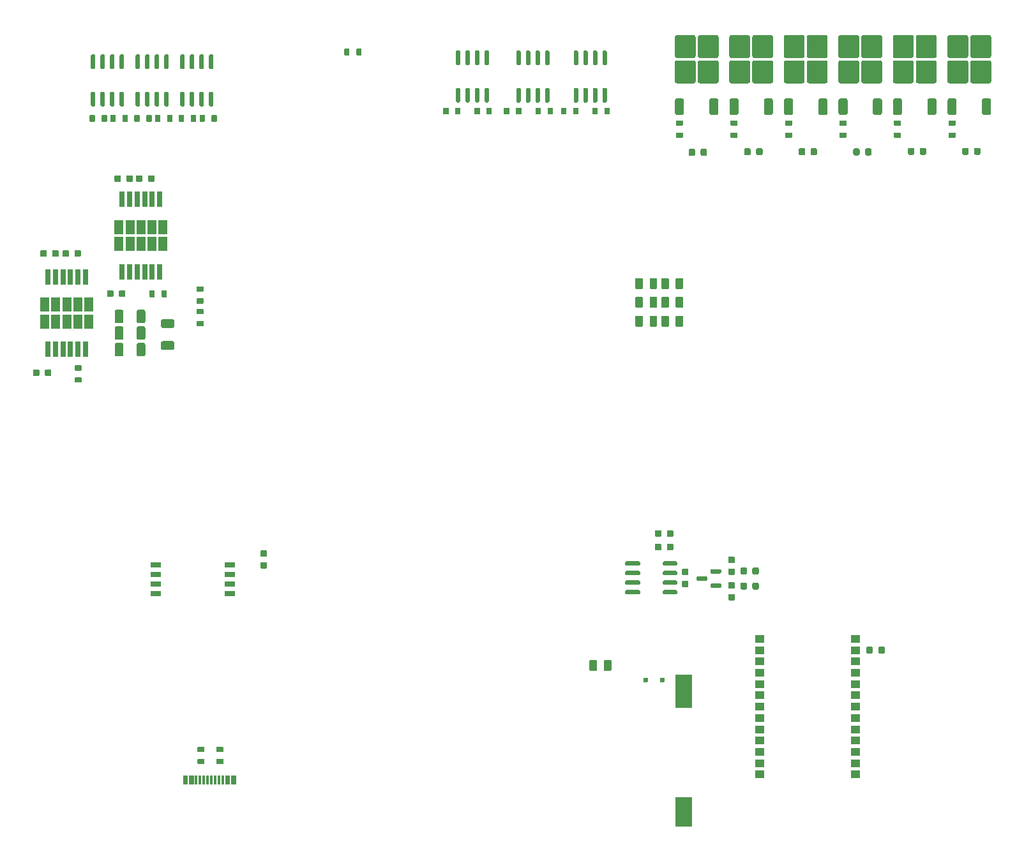
<source format=gtp>
G04 #@! TF.GenerationSoftware,KiCad,Pcbnew,8.0.2-8.0.2-0~ubuntu22.04.1*
G04 #@! TF.CreationDate,2024-05-18T16:59:28+00:00*
G04 #@! TF.ProjectId,uaefi,75616566-692e-46b6-9963-61645f706362,C*
G04 #@! TF.SameCoordinates,Original*
G04 #@! TF.FileFunction,Paste,Top*
G04 #@! TF.FilePolarity,Positive*
%FSLAX46Y46*%
G04 Gerber Fmt 4.6, Leading zero omitted, Abs format (unit mm)*
G04 Created by KiCad (PCBNEW 8.0.2-8.0.2-0~ubuntu22.04.1) date 2024-05-18 16:59:28*
%MOMM*%
%LPD*%
G01*
G04 APERTURE LIST*
%ADD10R,2.299995X4.399991*%
%ADD11R,2.299995X3.999992*%
%ADD12O,0.000001X0.000001*%
%ADD13R,1.300000X1.000000*%
%ADD14R,1.160000X1.950000*%
%ADD15R,0.650000X2.000000*%
%ADD16R,0.300000X1.150000*%
%ADD17R,1.350000X0.690000*%
G04 APERTURE END LIST*
G04 #@! TO.C,R40*
G36*
G01*
X89152001Y74725000D02*
X89152001Y73475000D01*
G75*
G02*
X89052001Y73375000I-100000J0D01*
G01*
X88252001Y73375000D01*
G75*
G02*
X88152001Y73475000I0J100000D01*
G01*
X88152001Y74725000D01*
G75*
G02*
X88252001Y74825000I100000J0D01*
G01*
X89052001Y74825000D01*
G75*
G02*
X89152001Y74725000I0J-100000D01*
G01*
G37*
G36*
G01*
X87251979Y74725000D02*
X87251979Y73475000D01*
G75*
G02*
X87151979Y73375000I-100000J0D01*
G01*
X86351979Y73375000D01*
G75*
G02*
X86251979Y73475000I0J100000D01*
G01*
X86251979Y74725000D01*
G75*
G02*
X86351979Y74825000I100000J0D01*
G01*
X87151979Y74825000D01*
G75*
G02*
X87251979Y74725000I0J-100000D01*
G01*
G37*
G04 #@! TD*
G04 #@! TO.C,D8*
G36*
G01*
X97677000Y34165000D02*
X97677000Y33865000D01*
G75*
G02*
X97527000Y33715000I-150000J0D01*
G01*
X96352000Y33715000D01*
G75*
G02*
X96202000Y33865000I0J150000D01*
G01*
X96202000Y34165000D01*
G75*
G02*
X96352000Y34315000I150000J0D01*
G01*
X97527000Y34315000D01*
G75*
G02*
X97677000Y34165000I0J-150000D01*
G01*
G37*
G36*
G01*
X97677000Y36065000D02*
X97677000Y35765000D01*
G75*
G02*
X97527000Y35615000I-150000J0D01*
G01*
X96352000Y35615000D01*
G75*
G02*
X96202000Y35765000I0J150000D01*
G01*
X96202000Y36065000D01*
G75*
G02*
X96352000Y36215000I150000J0D01*
G01*
X97527000Y36215000D01*
G75*
G02*
X97677000Y36065000I0J-150000D01*
G01*
G37*
G36*
G01*
X95802000Y35115000D02*
X95802000Y34815000D01*
G75*
G02*
X95652000Y34665000I-150000J0D01*
G01*
X94477000Y34665000D01*
G75*
G02*
X94327000Y34815000I0J150000D01*
G01*
X94327000Y35115000D01*
G75*
G02*
X94477000Y35265000I150000J0D01*
G01*
X95652000Y35265000D01*
G75*
G02*
X95802000Y35115000I0J-150000D01*
G01*
G37*
G04 #@! TD*
G04 #@! TO.C,U7*
G36*
G01*
X26354500Y97575000D02*
X26054500Y97575000D01*
G75*
G02*
X25904500Y97725000I0J150000D01*
G01*
X25904500Y99375000D01*
G75*
G02*
X26054500Y99525000I150000J0D01*
G01*
X26354500Y99525000D01*
G75*
G02*
X26504500Y99375000I0J-150000D01*
G01*
X26504500Y97725000D01*
G75*
G02*
X26354500Y97575000I-150000J0D01*
G01*
G37*
G36*
G01*
X27624500Y97575000D02*
X27324500Y97575000D01*
G75*
G02*
X27174500Y97725000I0J150000D01*
G01*
X27174500Y99375000D01*
G75*
G02*
X27324500Y99525000I150000J0D01*
G01*
X27624500Y99525000D01*
G75*
G02*
X27774500Y99375000I0J-150000D01*
G01*
X27774500Y97725000D01*
G75*
G02*
X27624500Y97575000I-150000J0D01*
G01*
G37*
G36*
G01*
X28894500Y97575000D02*
X28594500Y97575000D01*
G75*
G02*
X28444500Y97725000I0J150000D01*
G01*
X28444500Y99375000D01*
G75*
G02*
X28594500Y99525000I150000J0D01*
G01*
X28894500Y99525000D01*
G75*
G02*
X29044500Y99375000I0J-150000D01*
G01*
X29044500Y97725000D01*
G75*
G02*
X28894500Y97575000I-150000J0D01*
G01*
G37*
G36*
G01*
X30164500Y97575000D02*
X29864500Y97575000D01*
G75*
G02*
X29714500Y97725000I0J150000D01*
G01*
X29714500Y99375000D01*
G75*
G02*
X29864500Y99525000I150000J0D01*
G01*
X30164500Y99525000D01*
G75*
G02*
X30314500Y99375000I0J-150000D01*
G01*
X30314500Y97725000D01*
G75*
G02*
X30164500Y97575000I-150000J0D01*
G01*
G37*
G36*
G01*
X30164500Y102525000D02*
X29864500Y102525000D01*
G75*
G02*
X29714500Y102675000I0J150000D01*
G01*
X29714500Y104325000D01*
G75*
G02*
X29864500Y104475000I150000J0D01*
G01*
X30164500Y104475000D01*
G75*
G02*
X30314500Y104325000I0J-150000D01*
G01*
X30314500Y102675000D01*
G75*
G02*
X30164500Y102525000I-150000J0D01*
G01*
G37*
G36*
G01*
X28894500Y102525000D02*
X28594500Y102525000D01*
G75*
G02*
X28444500Y102675000I0J150000D01*
G01*
X28444500Y104325000D01*
G75*
G02*
X28594500Y104475000I150000J0D01*
G01*
X28894500Y104475000D01*
G75*
G02*
X29044500Y104325000I0J-150000D01*
G01*
X29044500Y102675000D01*
G75*
G02*
X28894500Y102525000I-150000J0D01*
G01*
G37*
G36*
G01*
X27624500Y102525000D02*
X27324500Y102525000D01*
G75*
G02*
X27174500Y102675000I0J150000D01*
G01*
X27174500Y104325000D01*
G75*
G02*
X27324500Y104475000I150000J0D01*
G01*
X27624500Y104475000D01*
G75*
G02*
X27774500Y104325000I0J-150000D01*
G01*
X27774500Y102675000D01*
G75*
G02*
X27624500Y102525000I-150000J0D01*
G01*
G37*
G36*
G01*
X26354500Y102525000D02*
X26054500Y102525000D01*
G75*
G02*
X25904500Y102675000I0J150000D01*
G01*
X25904500Y104325000D01*
G75*
G02*
X26054500Y104475000I150000J0D01*
G01*
X26354500Y104475000D01*
G75*
G02*
X26504500Y104325000I0J-150000D01*
G01*
X26504500Y102675000D01*
G75*
G02*
X26354500Y102525000I-150000J0D01*
G01*
G37*
G04 #@! TD*
G04 #@! TO.C,C24*
G36*
G01*
X12712001Y78415000D02*
X12712001Y77735000D01*
G75*
G02*
X12627001Y77650000I-85000J0D01*
G01*
X11947001Y77650000D01*
G75*
G02*
X11862001Y77735000I0J85000D01*
G01*
X11862001Y78415000D01*
G75*
G02*
X11947001Y78500000I85000J0D01*
G01*
X12627001Y78500000D01*
G75*
G02*
X12712001Y78415000I0J-85000D01*
G01*
G37*
G36*
G01*
X11131999Y78415000D02*
X11131999Y77735000D01*
G75*
G02*
X11046999Y77650000I-85000J0D01*
G01*
X10366999Y77650000D01*
G75*
G02*
X10281999Y77735000I0J85000D01*
G01*
X10281999Y78415000D01*
G75*
G02*
X10366999Y78500000I85000J0D01*
G01*
X11046999Y78500000D01*
G75*
G02*
X11131999Y78415000I0J-85000D01*
G01*
G37*
G04 #@! TD*
G04 #@! TO.C,R39*
G36*
G01*
X89152001Y72225000D02*
X89152001Y70975000D01*
G75*
G02*
X89052001Y70875000I-100000J0D01*
G01*
X88252001Y70875000D01*
G75*
G02*
X88152001Y70975000I0J100000D01*
G01*
X88152001Y72225000D01*
G75*
G02*
X88252001Y72325000I100000J0D01*
G01*
X89052001Y72325000D01*
G75*
G02*
X89152001Y72225000I0J-100000D01*
G01*
G37*
G36*
G01*
X87251979Y72225000D02*
X87251979Y70975000D01*
G75*
G02*
X87151979Y70875000I-100000J0D01*
G01*
X86351979Y70875000D01*
G75*
G02*
X86251979Y70975000I0J100000D01*
G01*
X86251979Y72225000D01*
G75*
G02*
X86351979Y72325000I100000J0D01*
G01*
X87151979Y72325000D01*
G75*
G02*
X87251979Y72225000I0J-100000D01*
G01*
G37*
G04 #@! TD*
G04 #@! TO.C,Q10*
G36*
G01*
X106924500Y96450000D02*
X106224500Y96450000D01*
G75*
G02*
X105974500Y96700000I0J250000D01*
G01*
X105974500Y98400000D01*
G75*
G02*
X106224500Y98650000I250000J0D01*
G01*
X106924500Y98650000D01*
G75*
G02*
X107174500Y98400000I0J-250000D01*
G01*
X107174500Y96700000D01*
G75*
G02*
X106924500Y96450000I-250000J0D01*
G01*
G37*
G36*
G01*
X108454500Y100650000D02*
X106204500Y100650000D01*
G75*
G02*
X105954500Y100900000I0J250000D01*
G01*
X105954500Y103450000D01*
G75*
G02*
X106204500Y103700000I250000J0D01*
G01*
X108454500Y103700000D01*
G75*
G02*
X108704500Y103450000I0J-250000D01*
G01*
X108704500Y100900000D01*
G75*
G02*
X108454500Y100650000I-250000J0D01*
G01*
G37*
G36*
G01*
X111504500Y100650000D02*
X109254500Y100650000D01*
G75*
G02*
X109004500Y100900000I0J250000D01*
G01*
X109004500Y103450000D01*
G75*
G02*
X109254500Y103700000I250000J0D01*
G01*
X111504500Y103700000D01*
G75*
G02*
X111754500Y103450000I0J-250000D01*
G01*
X111754500Y100900000D01*
G75*
G02*
X111504500Y100650000I-250000J0D01*
G01*
G37*
G36*
G01*
X108454500Y104000000D02*
X106204500Y104000000D01*
G75*
G02*
X105954500Y104250000I0J250000D01*
G01*
X105954500Y106800000D01*
G75*
G02*
X106204500Y107050000I250000J0D01*
G01*
X108454500Y107050000D01*
G75*
G02*
X108704500Y106800000I0J-250000D01*
G01*
X108704500Y104250000D01*
G75*
G02*
X108454500Y104000000I-250000J0D01*
G01*
G37*
G36*
G01*
X111504500Y104000000D02*
X109254500Y104000000D01*
G75*
G02*
X109004500Y104250000I0J250000D01*
G01*
X109004500Y106800000D01*
G75*
G02*
X109254500Y107050000I250000J0D01*
G01*
X111504500Y107050000D01*
G75*
G02*
X111754500Y106800000I0J-250000D01*
G01*
X111754500Y104250000D01*
G75*
G02*
X111504500Y104000000I-250000J0D01*
G01*
G37*
G36*
G01*
X111484500Y96450000D02*
X110784500Y96450000D01*
G75*
G02*
X110534500Y96700000I0J250000D01*
G01*
X110534500Y98400000D01*
G75*
G02*
X110784500Y98650000I250000J0D01*
G01*
X111484500Y98650000D01*
G75*
G02*
X111734500Y98400000I0J-250000D01*
G01*
X111734500Y96700000D01*
G75*
G02*
X111484500Y96450000I-250000J0D01*
G01*
G37*
G04 #@! TD*
G04 #@! TO.C,C27*
G36*
G01*
X36630000Y38705251D02*
X37310000Y38705251D01*
G75*
G02*
X37395000Y38620251I0J-85000D01*
G01*
X37395000Y37940251D01*
G75*
G02*
X37310000Y37855251I-85000J0D01*
G01*
X36630000Y37855251D01*
G75*
G02*
X36545000Y37940251I0J85000D01*
G01*
X36545000Y38620251D01*
G75*
G02*
X36630000Y38705251I85000J0D01*
G01*
G37*
G36*
G01*
X36630000Y37125249D02*
X37310000Y37125249D01*
G75*
G02*
X37395000Y37040249I0J-85000D01*
G01*
X37395000Y36360249D01*
G75*
G02*
X37310000Y36275249I-85000J0D01*
G01*
X36630000Y36275249D01*
G75*
G02*
X36545000Y36360249I0J85000D01*
G01*
X36545000Y37040249D01*
G75*
G02*
X36630000Y37125249I85000J0D01*
G01*
G37*
G04 #@! TD*
D10*
G04 #@! TO.C,BT1*
X92702000Y20025019D03*
D11*
X92702000Y4025000D03*
G04 #@! TD*
G04 #@! TO.C,U10*
G36*
G01*
X70927000Y98095856D02*
X70627000Y98095856D01*
G75*
G02*
X70477000Y98245856I0J150000D01*
G01*
X70477000Y99895856D01*
G75*
G02*
X70627000Y100045856I150000J0D01*
G01*
X70927000Y100045856D01*
G75*
G02*
X71077000Y99895856I0J-150000D01*
G01*
X71077000Y98245856D01*
G75*
G02*
X70927000Y98095856I-150000J0D01*
G01*
G37*
G36*
G01*
X72197000Y98095856D02*
X71897000Y98095856D01*
G75*
G02*
X71747000Y98245856I0J150000D01*
G01*
X71747000Y99895856D01*
G75*
G02*
X71897000Y100045856I150000J0D01*
G01*
X72197000Y100045856D01*
G75*
G02*
X72347000Y99895856I0J-150000D01*
G01*
X72347000Y98245856D01*
G75*
G02*
X72197000Y98095856I-150000J0D01*
G01*
G37*
G36*
G01*
X73467000Y98095856D02*
X73167000Y98095856D01*
G75*
G02*
X73017000Y98245856I0J150000D01*
G01*
X73017000Y99895856D01*
G75*
G02*
X73167000Y100045856I150000J0D01*
G01*
X73467000Y100045856D01*
G75*
G02*
X73617000Y99895856I0J-150000D01*
G01*
X73617000Y98245856D01*
G75*
G02*
X73467000Y98095856I-150000J0D01*
G01*
G37*
G36*
G01*
X74737000Y98095856D02*
X74437000Y98095856D01*
G75*
G02*
X74287000Y98245856I0J150000D01*
G01*
X74287000Y99895856D01*
G75*
G02*
X74437000Y100045856I150000J0D01*
G01*
X74737000Y100045856D01*
G75*
G02*
X74887000Y99895856I0J-150000D01*
G01*
X74887000Y98245856D01*
G75*
G02*
X74737000Y98095856I-150000J0D01*
G01*
G37*
G36*
G01*
X74737000Y103045856D02*
X74437000Y103045856D01*
G75*
G02*
X74287000Y103195856I0J150000D01*
G01*
X74287000Y104845856D01*
G75*
G02*
X74437000Y104995856I150000J0D01*
G01*
X74737000Y104995856D01*
G75*
G02*
X74887000Y104845856I0J-150000D01*
G01*
X74887000Y103195856D01*
G75*
G02*
X74737000Y103045856I-150000J0D01*
G01*
G37*
G36*
G01*
X73467000Y103045856D02*
X73167000Y103045856D01*
G75*
G02*
X73017000Y103195856I0J150000D01*
G01*
X73017000Y104845856D01*
G75*
G02*
X73167000Y104995856I150000J0D01*
G01*
X73467000Y104995856D01*
G75*
G02*
X73617000Y104845856I0J-150000D01*
G01*
X73617000Y103195856D01*
G75*
G02*
X73467000Y103045856I-150000J0D01*
G01*
G37*
G36*
G01*
X72197000Y103045856D02*
X71897000Y103045856D01*
G75*
G02*
X71747000Y103195856I0J150000D01*
G01*
X71747000Y104845856D01*
G75*
G02*
X71897000Y104995856I150000J0D01*
G01*
X72197000Y104995856D01*
G75*
G02*
X72347000Y104845856I0J-150000D01*
G01*
X72347000Y103195856D01*
G75*
G02*
X72197000Y103045856I-150000J0D01*
G01*
G37*
G36*
G01*
X70927000Y103045856D02*
X70627000Y103045856D01*
G75*
G02*
X70477000Y103195856I0J150000D01*
G01*
X70477000Y104845856D01*
G75*
G02*
X70627000Y104995856I150000J0D01*
G01*
X70927000Y104995856D01*
G75*
G02*
X71077000Y104845856I0J-150000D01*
G01*
X71077000Y103195856D01*
G75*
G02*
X70927000Y103045856I-150000J0D01*
G01*
G37*
G04 #@! TD*
G04 #@! TO.C,R31*
G36*
G01*
X68832000Y96576712D02*
X68832000Y97356712D01*
G75*
G02*
X68902000Y97426712I70000J0D01*
G01*
X69462000Y97426712D01*
G75*
G02*
X69532000Y97356712I0J-70000D01*
G01*
X69532000Y96576712D01*
G75*
G02*
X69462000Y96506712I-70000J0D01*
G01*
X68902000Y96506712D01*
G75*
G02*
X68832000Y96576712I0J70000D01*
G01*
G37*
G36*
G01*
X70432000Y96576712D02*
X70432000Y97356712D01*
G75*
G02*
X70502000Y97426712I70000J0D01*
G01*
X71062000Y97426712D01*
G75*
G02*
X71132000Y97356712I0J-70000D01*
G01*
X71132000Y96576712D01*
G75*
G02*
X71062000Y96506712I-70000J0D01*
G01*
X70502000Y96506712D01*
G75*
G02*
X70432000Y96576712I0J70000D01*
G01*
G37*
G04 #@! TD*
G04 #@! TO.C,C30*
G36*
G01*
X98679977Y37870002D02*
X99359977Y37870002D01*
G75*
G02*
X99444977Y37785002I0J-85000D01*
G01*
X99444977Y37105002D01*
G75*
G02*
X99359977Y37020002I-85000J0D01*
G01*
X98679977Y37020002D01*
G75*
G02*
X98594977Y37105002I0J85000D01*
G01*
X98594977Y37785002D01*
G75*
G02*
X98679977Y37870002I85000J0D01*
G01*
G37*
G36*
G01*
X98679977Y36290000D02*
X99359977Y36290000D01*
G75*
G02*
X99444977Y36205000I0J-85000D01*
G01*
X99444977Y35525000D01*
G75*
G02*
X99359977Y35440000I-85000J0D01*
G01*
X98679977Y35440000D01*
G75*
G02*
X98594977Y35525000I0J85000D01*
G01*
X98594977Y36205000D01*
G75*
G02*
X98679977Y36290000I85000J0D01*
G01*
G37*
G04 #@! TD*
G04 #@! TO.C,Q7*
G36*
G01*
X128614500Y96450000D02*
X127914500Y96450000D01*
G75*
G02*
X127664500Y96700000I0J250000D01*
G01*
X127664500Y98400000D01*
G75*
G02*
X127914500Y98650000I250000J0D01*
G01*
X128614500Y98650000D01*
G75*
G02*
X128864500Y98400000I0J-250000D01*
G01*
X128864500Y96700000D01*
G75*
G02*
X128614500Y96450000I-250000J0D01*
G01*
G37*
G36*
G01*
X130144500Y100650000D02*
X127894500Y100650000D01*
G75*
G02*
X127644500Y100900000I0J250000D01*
G01*
X127644500Y103450000D01*
G75*
G02*
X127894500Y103700000I250000J0D01*
G01*
X130144500Y103700000D01*
G75*
G02*
X130394500Y103450000I0J-250000D01*
G01*
X130394500Y100900000D01*
G75*
G02*
X130144500Y100650000I-250000J0D01*
G01*
G37*
G36*
G01*
X133194500Y100650000D02*
X130944500Y100650000D01*
G75*
G02*
X130694500Y100900000I0J250000D01*
G01*
X130694500Y103450000D01*
G75*
G02*
X130944500Y103700000I250000J0D01*
G01*
X133194500Y103700000D01*
G75*
G02*
X133444500Y103450000I0J-250000D01*
G01*
X133444500Y100900000D01*
G75*
G02*
X133194500Y100650000I-250000J0D01*
G01*
G37*
G36*
G01*
X130144500Y104000000D02*
X127894500Y104000000D01*
G75*
G02*
X127644500Y104250000I0J250000D01*
G01*
X127644500Y106800000D01*
G75*
G02*
X127894500Y107050000I250000J0D01*
G01*
X130144500Y107050000D01*
G75*
G02*
X130394500Y106800000I0J-250000D01*
G01*
X130394500Y104250000D01*
G75*
G02*
X130144500Y104000000I-250000J0D01*
G01*
G37*
G36*
G01*
X133194500Y104000000D02*
X130944500Y104000000D01*
G75*
G02*
X130694500Y104250000I0J250000D01*
G01*
X130694500Y106800000D01*
G75*
G02*
X130944500Y107050000I250000J0D01*
G01*
X133194500Y107050000D01*
G75*
G02*
X133444500Y106800000I0J-250000D01*
G01*
X133444500Y104250000D01*
G75*
G02*
X133194500Y104000000I-250000J0D01*
G01*
G37*
G36*
G01*
X133174500Y96450000D02*
X132474500Y96450000D01*
G75*
G02*
X132224500Y96700000I0J250000D01*
G01*
X132224500Y98400000D01*
G75*
G02*
X132474500Y98650000I250000J0D01*
G01*
X133174500Y98650000D01*
G75*
G02*
X133424500Y98400000I0J-250000D01*
G01*
X133424500Y96700000D01*
G75*
G02*
X133174500Y96450000I-250000J0D01*
G01*
G37*
G04 #@! TD*
G04 #@! TO.C,Q8*
G36*
G01*
X121384500Y96450000D02*
X120684500Y96450000D01*
G75*
G02*
X120434500Y96700000I0J250000D01*
G01*
X120434500Y98400000D01*
G75*
G02*
X120684500Y98650000I250000J0D01*
G01*
X121384500Y98650000D01*
G75*
G02*
X121634500Y98400000I0J-250000D01*
G01*
X121634500Y96700000D01*
G75*
G02*
X121384500Y96450000I-250000J0D01*
G01*
G37*
G36*
G01*
X122914500Y100650000D02*
X120664500Y100650000D01*
G75*
G02*
X120414500Y100900000I0J250000D01*
G01*
X120414500Y103450000D01*
G75*
G02*
X120664500Y103700000I250000J0D01*
G01*
X122914500Y103700000D01*
G75*
G02*
X123164500Y103450000I0J-250000D01*
G01*
X123164500Y100900000D01*
G75*
G02*
X122914500Y100650000I-250000J0D01*
G01*
G37*
G36*
G01*
X125964500Y100650000D02*
X123714500Y100650000D01*
G75*
G02*
X123464500Y100900000I0J250000D01*
G01*
X123464500Y103450000D01*
G75*
G02*
X123714500Y103700000I250000J0D01*
G01*
X125964500Y103700000D01*
G75*
G02*
X126214500Y103450000I0J-250000D01*
G01*
X126214500Y100900000D01*
G75*
G02*
X125964500Y100650000I-250000J0D01*
G01*
G37*
G36*
G01*
X122914500Y104000000D02*
X120664500Y104000000D01*
G75*
G02*
X120414500Y104250000I0J250000D01*
G01*
X120414500Y106800000D01*
G75*
G02*
X120664500Y107050000I250000J0D01*
G01*
X122914500Y107050000D01*
G75*
G02*
X123164500Y106800000I0J-250000D01*
G01*
X123164500Y104250000D01*
G75*
G02*
X122914500Y104000000I-250000J0D01*
G01*
G37*
G36*
G01*
X125964500Y104000000D02*
X123714500Y104000000D01*
G75*
G02*
X123464500Y104250000I0J250000D01*
G01*
X123464500Y106800000D01*
G75*
G02*
X123714500Y107050000I250000J0D01*
G01*
X125964500Y107050000D01*
G75*
G02*
X126214500Y106800000I0J-250000D01*
G01*
X126214500Y104250000D01*
G75*
G02*
X125964500Y104000000I-250000J0D01*
G01*
G37*
G36*
G01*
X125944500Y96450000D02*
X125244500Y96450000D01*
G75*
G02*
X124994500Y96700000I0J250000D01*
G01*
X124994500Y98400000D01*
G75*
G02*
X125244500Y98650000I250000J0D01*
G01*
X125944500Y98650000D01*
G75*
G02*
X126194500Y98400000I0J-250000D01*
G01*
X126194500Y96700000D01*
G75*
G02*
X125944500Y96450000I-250000J0D01*
G01*
G37*
G04 #@! TD*
G04 #@! TO.C,C26*
G36*
G01*
X6381999Y61910000D02*
X6381999Y62590000D01*
G75*
G02*
X6466999Y62675000I85000J0D01*
G01*
X7146999Y62675000D01*
G75*
G02*
X7231999Y62590000I0J-85000D01*
G01*
X7231999Y61910000D01*
G75*
G02*
X7146999Y61825000I-85000J0D01*
G01*
X6466999Y61825000D01*
G75*
G02*
X6381999Y61910000I0J85000D01*
G01*
G37*
G36*
G01*
X7962001Y61910000D02*
X7962001Y62590000D01*
G75*
G02*
X8047001Y62675000I85000J0D01*
G01*
X8727001Y62675000D01*
G75*
G02*
X8812001Y62590000I0J-85000D01*
G01*
X8812001Y61910000D01*
G75*
G02*
X8727001Y61825000I-85000J0D01*
G01*
X8047001Y61825000D01*
G75*
G02*
X7962001Y61910000I0J85000D01*
G01*
G37*
G04 #@! TD*
G04 #@! TO.C,C33*
G36*
G01*
X119340001Y25807000D02*
X119340001Y25127000D01*
G75*
G02*
X119255001Y25042000I-85000J0D01*
G01*
X118575001Y25042000D01*
G75*
G02*
X118490001Y25127000I0J85000D01*
G01*
X118490001Y25807000D01*
G75*
G02*
X118575001Y25892000I85000J0D01*
G01*
X119255001Y25892000D01*
G75*
G02*
X119340001Y25807000I0J-85000D01*
G01*
G37*
G36*
G01*
X117759999Y25807000D02*
X117759999Y25127000D01*
G75*
G02*
X117674999Y25042000I-85000J0D01*
G01*
X116994999Y25042000D01*
G75*
G02*
X116909999Y25127000I0J85000D01*
G01*
X116909999Y25807000D01*
G75*
G02*
X116994999Y25892000I85000J0D01*
G01*
X117674999Y25892000D01*
G75*
G02*
X117759999Y25807000I0J-85000D01*
G01*
G37*
G04 #@! TD*
G04 #@! TO.C,C29*
G36*
G01*
X93217000Y33809998D02*
X92537000Y33809998D01*
G75*
G02*
X92452000Y33894998I0J85000D01*
G01*
X92452000Y34574998D01*
G75*
G02*
X92537000Y34659998I85000J0D01*
G01*
X93217000Y34659998D01*
G75*
G02*
X93302000Y34574998I0J-85000D01*
G01*
X93302000Y33894998D01*
G75*
G02*
X93217000Y33809998I-85000J0D01*
G01*
G37*
G36*
G01*
X93217000Y35390000D02*
X92537000Y35390000D01*
G75*
G02*
X92452000Y35475000I0J85000D01*
G01*
X92452000Y36155000D01*
G75*
G02*
X92537000Y36240000I85000J0D01*
G01*
X93217000Y36240000D01*
G75*
G02*
X93302000Y36155000I0J-85000D01*
G01*
X93302000Y35475000D01*
G75*
G02*
X93217000Y35390000I-85000J0D01*
G01*
G37*
G04 #@! TD*
G04 #@! TO.C,R34*
G36*
G01*
X82877000Y97365000D02*
X82877000Y96585000D01*
G75*
G02*
X82807000Y96515000I-70000J0D01*
G01*
X82247000Y96515000D01*
G75*
G02*
X82177000Y96585000I0J70000D01*
G01*
X82177000Y97365000D01*
G75*
G02*
X82247000Y97435000I70000J0D01*
G01*
X82807000Y97435000D01*
G75*
G02*
X82877000Y97365000I0J-70000D01*
G01*
G37*
G36*
G01*
X81277000Y97365000D02*
X81277000Y96585000D01*
G75*
G02*
X81207000Y96515000I-70000J0D01*
G01*
X80647000Y96515000D01*
G75*
G02*
X80577000Y96585000I0J70000D01*
G01*
X80577000Y97365000D01*
G75*
G02*
X80647000Y97435000I70000J0D01*
G01*
X81207000Y97435000D01*
G75*
G02*
X81277000Y97365000I0J-70000D01*
G01*
G37*
G04 #@! TD*
G04 #@! TO.C,R1*
G36*
G01*
X47652000Y104410000D02*
X47652000Y105190000D01*
G75*
G02*
X47722000Y105260000I70000J0D01*
G01*
X48282000Y105260000D01*
G75*
G02*
X48352000Y105190000I0J-70000D01*
G01*
X48352000Y104410000D01*
G75*
G02*
X48282000Y104340000I-70000J0D01*
G01*
X47722000Y104340000D01*
G75*
G02*
X47652000Y104410000I0J70000D01*
G01*
G37*
G36*
G01*
X49252000Y104410000D02*
X49252000Y105190000D01*
G75*
G02*
X49322000Y105260000I70000J0D01*
G01*
X49882000Y105260000D01*
G75*
G02*
X49952000Y105190000I0J-70000D01*
G01*
X49952000Y104410000D01*
G75*
G02*
X49882000Y104340000I-70000J0D01*
G01*
X49322000Y104340000D01*
G75*
G02*
X49252000Y104410000I0J70000D01*
G01*
G37*
G04 #@! TD*
G04 #@! TO.C,U4*
G36*
G01*
X91827000Y33285000D02*
X91827000Y32985000D01*
G75*
G02*
X91677000Y32835000I-150000J0D01*
G01*
X90027000Y32835000D01*
G75*
G02*
X89877000Y32985000I0J150000D01*
G01*
X89877000Y33285000D01*
G75*
G02*
X90027000Y33435000I150000J0D01*
G01*
X91677000Y33435000D01*
G75*
G02*
X91827000Y33285000I0J-150000D01*
G01*
G37*
G36*
G01*
X91827000Y34555000D02*
X91827000Y34255000D01*
G75*
G02*
X91677000Y34105000I-150000J0D01*
G01*
X90027000Y34105000D01*
G75*
G02*
X89877000Y34255000I0J150000D01*
G01*
X89877000Y34555000D01*
G75*
G02*
X90027000Y34705000I150000J0D01*
G01*
X91677000Y34705000D01*
G75*
G02*
X91827000Y34555000I0J-150000D01*
G01*
G37*
G36*
G01*
X91827000Y35825000D02*
X91827000Y35525000D01*
G75*
G02*
X91677000Y35375000I-150000J0D01*
G01*
X90027000Y35375000D01*
G75*
G02*
X89877000Y35525000I0J150000D01*
G01*
X89877000Y35825000D01*
G75*
G02*
X90027000Y35975000I150000J0D01*
G01*
X91677000Y35975000D01*
G75*
G02*
X91827000Y35825000I0J-150000D01*
G01*
G37*
G36*
G01*
X91827000Y37095000D02*
X91827000Y36795000D01*
G75*
G02*
X91677000Y36645000I-150000J0D01*
G01*
X90027000Y36645000D01*
G75*
G02*
X89877000Y36795000I0J150000D01*
G01*
X89877000Y37095000D01*
G75*
G02*
X90027000Y37245000I150000J0D01*
G01*
X91677000Y37245000D01*
G75*
G02*
X91827000Y37095000I0J-150000D01*
G01*
G37*
G36*
G01*
X86877000Y37095000D02*
X86877000Y36795000D01*
G75*
G02*
X86727000Y36645000I-150000J0D01*
G01*
X85077000Y36645000D01*
G75*
G02*
X84927000Y36795000I0J150000D01*
G01*
X84927000Y37095000D01*
G75*
G02*
X85077000Y37245000I150000J0D01*
G01*
X86727000Y37245000D01*
G75*
G02*
X86877000Y37095000I0J-150000D01*
G01*
G37*
G36*
G01*
X86877000Y35825000D02*
X86877000Y35525000D01*
G75*
G02*
X86727000Y35375000I-150000J0D01*
G01*
X85077000Y35375000D01*
G75*
G02*
X84927000Y35525000I0J150000D01*
G01*
X84927000Y35825000D01*
G75*
G02*
X85077000Y35975000I150000J0D01*
G01*
X86727000Y35975000D01*
G75*
G02*
X86877000Y35825000I0J-150000D01*
G01*
G37*
G36*
G01*
X86877000Y34555000D02*
X86877000Y34255000D01*
G75*
G02*
X86727000Y34105000I-150000J0D01*
G01*
X85077000Y34105000D01*
G75*
G02*
X84927000Y34255000I0J150000D01*
G01*
X84927000Y34555000D01*
G75*
G02*
X85077000Y34705000I150000J0D01*
G01*
X86727000Y34705000D01*
G75*
G02*
X86877000Y34555000I0J-150000D01*
G01*
G37*
G36*
G01*
X86877000Y33285000D02*
X86877000Y32985000D01*
G75*
G02*
X86727000Y32835000I-150000J0D01*
G01*
X85077000Y32835000D01*
G75*
G02*
X84927000Y32985000I0J150000D01*
G01*
X84927000Y33285000D01*
G75*
G02*
X85077000Y33435000I150000J0D01*
G01*
X86727000Y33435000D01*
G75*
G02*
X86877000Y33285000I0J-150000D01*
G01*
G37*
G04 #@! TD*
G04 #@! TO.C,C13*
G36*
G01*
X16181999Y72410000D02*
X16181999Y73090000D01*
G75*
G02*
X16266999Y73175000I85000J0D01*
G01*
X16946999Y73175000D01*
G75*
G02*
X17031999Y73090000I0J-85000D01*
G01*
X17031999Y72410000D01*
G75*
G02*
X16946999Y72325000I-85000J0D01*
G01*
X16266999Y72325000D01*
G75*
G02*
X16181999Y72410000I0J85000D01*
G01*
G37*
G36*
G01*
X17762001Y72410000D02*
X17762001Y73090000D01*
G75*
G02*
X17847001Y73175000I85000J0D01*
G01*
X18527001Y73175000D01*
G75*
G02*
X18612001Y73090000I0J-85000D01*
G01*
X18612001Y72410000D01*
G75*
G02*
X18527001Y72325000I-85000J0D01*
G01*
X17847001Y72325000D01*
G75*
G02*
X17762001Y72410000I0J85000D01*
G01*
G37*
G04 #@! TD*
G04 #@! TO.C,U11*
G36*
G01*
X78522000Y98100000D02*
X78222000Y98100000D01*
G75*
G02*
X78072000Y98250000I0J150000D01*
G01*
X78072000Y99900000D01*
G75*
G02*
X78222000Y100050000I150000J0D01*
G01*
X78522000Y100050000D01*
G75*
G02*
X78672000Y99900000I0J-150000D01*
G01*
X78672000Y98250000D01*
G75*
G02*
X78522000Y98100000I-150000J0D01*
G01*
G37*
G36*
G01*
X79792000Y98100000D02*
X79492000Y98100000D01*
G75*
G02*
X79342000Y98250000I0J150000D01*
G01*
X79342000Y99900000D01*
G75*
G02*
X79492000Y100050000I150000J0D01*
G01*
X79792000Y100050000D01*
G75*
G02*
X79942000Y99900000I0J-150000D01*
G01*
X79942000Y98250000D01*
G75*
G02*
X79792000Y98100000I-150000J0D01*
G01*
G37*
G36*
G01*
X81062000Y98100000D02*
X80762000Y98100000D01*
G75*
G02*
X80612000Y98250000I0J150000D01*
G01*
X80612000Y99900000D01*
G75*
G02*
X80762000Y100050000I150000J0D01*
G01*
X81062000Y100050000D01*
G75*
G02*
X81212000Y99900000I0J-150000D01*
G01*
X81212000Y98250000D01*
G75*
G02*
X81062000Y98100000I-150000J0D01*
G01*
G37*
G36*
G01*
X82332000Y98100000D02*
X82032000Y98100000D01*
G75*
G02*
X81882000Y98250000I0J150000D01*
G01*
X81882000Y99900000D01*
G75*
G02*
X82032000Y100050000I150000J0D01*
G01*
X82332000Y100050000D01*
G75*
G02*
X82482000Y99900000I0J-150000D01*
G01*
X82482000Y98250000D01*
G75*
G02*
X82332000Y98100000I-150000J0D01*
G01*
G37*
G36*
G01*
X82332000Y103050000D02*
X82032000Y103050000D01*
G75*
G02*
X81882000Y103200000I0J150000D01*
G01*
X81882000Y104850000D01*
G75*
G02*
X82032000Y105000000I150000J0D01*
G01*
X82332000Y105000000D01*
G75*
G02*
X82482000Y104850000I0J-150000D01*
G01*
X82482000Y103200000D01*
G75*
G02*
X82332000Y103050000I-150000J0D01*
G01*
G37*
G36*
G01*
X81062000Y103050000D02*
X80762000Y103050000D01*
G75*
G02*
X80612000Y103200000I0J150000D01*
G01*
X80612000Y104850000D01*
G75*
G02*
X80762000Y105000000I150000J0D01*
G01*
X81062000Y105000000D01*
G75*
G02*
X81212000Y104850000I0J-150000D01*
G01*
X81212000Y103200000D01*
G75*
G02*
X81062000Y103050000I-150000J0D01*
G01*
G37*
G36*
G01*
X79792000Y103050000D02*
X79492000Y103050000D01*
G75*
G02*
X79342000Y103200000I0J150000D01*
G01*
X79342000Y104850000D01*
G75*
G02*
X79492000Y105000000I150000J0D01*
G01*
X79792000Y105000000D01*
G75*
G02*
X79942000Y104850000I0J-150000D01*
G01*
X79942000Y103200000D01*
G75*
G02*
X79792000Y103050000I-150000J0D01*
G01*
G37*
G36*
G01*
X78522000Y103050000D02*
X78222000Y103050000D01*
G75*
G02*
X78072000Y103200000I0J150000D01*
G01*
X78072000Y104850000D01*
G75*
G02*
X78222000Y105000000I150000J0D01*
G01*
X78522000Y105000000D01*
G75*
G02*
X78672000Y104850000I0J-150000D01*
G01*
X78672000Y103200000D01*
G75*
G02*
X78522000Y103050000I-150000J0D01*
G01*
G37*
G04 #@! TD*
G04 #@! TO.C,C31*
G36*
G01*
X88861999Y38800000D02*
X88861999Y39480000D01*
G75*
G02*
X88946999Y39565000I85000J0D01*
G01*
X89626999Y39565000D01*
G75*
G02*
X89711999Y39480000I0J-85000D01*
G01*
X89711999Y38800000D01*
G75*
G02*
X89626999Y38715000I-85000J0D01*
G01*
X88946999Y38715000D01*
G75*
G02*
X88861999Y38800000I0J85000D01*
G01*
G37*
G36*
G01*
X90442001Y38800000D02*
X90442001Y39480000D01*
G75*
G02*
X90527001Y39565000I85000J0D01*
G01*
X91207001Y39565000D01*
G75*
G02*
X91292001Y39480000I0J-85000D01*
G01*
X91292001Y38800000D01*
G75*
G02*
X91207001Y38715000I-85000J0D01*
G01*
X90527001Y38715000D01*
G75*
G02*
X90442001Y38800000I0J85000D01*
G01*
G37*
G04 #@! TD*
G04 #@! TO.C,F4*
G36*
G01*
X20342010Y70625000D02*
X21032010Y70625000D01*
G75*
G02*
X21262010Y70395000I0J-230000D01*
G01*
X21262010Y69055000D01*
G75*
G02*
X21032010Y68825000I-230000J0D01*
G01*
X20342010Y68825000D01*
G75*
G02*
X20112010Y69055000I0J230000D01*
G01*
X20112010Y70395000D01*
G75*
G02*
X20342010Y70625000I230000J0D01*
G01*
G37*
G36*
G01*
X17441990Y70625000D02*
X18131990Y70625000D01*
G75*
G02*
X18361990Y70395000I0J-230000D01*
G01*
X18361990Y69055000D01*
G75*
G02*
X18131990Y68825000I-230000J0D01*
G01*
X17441990Y68825000D01*
G75*
G02*
X17211990Y69055000I0J230000D01*
G01*
X17211990Y70395000D01*
G75*
G02*
X17441990Y70625000I230000J0D01*
G01*
G37*
G04 #@! TD*
G04 #@! TO.C,R37*
G36*
G01*
X92602001Y74725000D02*
X92602001Y73475000D01*
G75*
G02*
X92502001Y73375000I-100000J0D01*
G01*
X91702001Y73375000D01*
G75*
G02*
X91602001Y73475000I0J100000D01*
G01*
X91602001Y74725000D01*
G75*
G02*
X91702001Y74825000I100000J0D01*
G01*
X92502001Y74825000D01*
G75*
G02*
X92602001Y74725000I0J-100000D01*
G01*
G37*
G36*
G01*
X90701979Y74725000D02*
X90701979Y73475000D01*
G75*
G02*
X90601979Y73375000I-100000J0D01*
G01*
X89801979Y73375000D01*
G75*
G02*
X89701979Y73475000I0J100000D01*
G01*
X89701979Y74725000D01*
G75*
G02*
X89801979Y74825000I100000J0D01*
G01*
X90601979Y74825000D01*
G75*
G02*
X90701979Y74725000I0J-100000D01*
G01*
G37*
G04 #@! TD*
G04 #@! TO.C,F9*
G36*
G01*
X103139500Y91831250D02*
X103139500Y91318750D01*
G75*
G02*
X102920750Y91100000I-218750J0D01*
G01*
X102483250Y91100000D01*
G75*
G02*
X102264500Y91318750I0J218750D01*
G01*
X102264500Y91831250D01*
G75*
G02*
X102483250Y92050000I218750J0D01*
G01*
X102920750Y92050000D01*
G75*
G02*
X103139500Y91831250I0J-218750D01*
G01*
G37*
G36*
G01*
X101564500Y91831250D02*
X101564500Y91318750D01*
G75*
G02*
X101345750Y91100000I-218750J0D01*
G01*
X100908250Y91100000D01*
G75*
G02*
X100689500Y91318750I0J218750D01*
G01*
X100689500Y91831250D01*
G75*
G02*
X100908250Y92050000I218750J0D01*
G01*
X101345750Y92050000D01*
G75*
G02*
X101564500Y91831250I0J-218750D01*
G01*
G37*
G04 #@! TD*
G04 #@! TO.C,C11*
G36*
G01*
X22462001Y88365000D02*
X22462001Y87685000D01*
G75*
G02*
X22377001Y87600000I-85000J0D01*
G01*
X21697001Y87600000D01*
G75*
G02*
X21612001Y87685000I0J85000D01*
G01*
X21612001Y88365000D01*
G75*
G02*
X21697001Y88450000I85000J0D01*
G01*
X22377001Y88450000D01*
G75*
G02*
X22462001Y88365000I0J-85000D01*
G01*
G37*
G36*
G01*
X20881999Y88365000D02*
X20881999Y87685000D01*
G75*
G02*
X20796999Y87600000I-85000J0D01*
G01*
X20116999Y87600000D01*
G75*
G02*
X20031999Y87685000I0J85000D01*
G01*
X20031999Y88365000D01*
G75*
G02*
X20116999Y88450000I85000J0D01*
G01*
X20796999Y88450000D01*
G75*
G02*
X20881999Y88365000I0J-85000D01*
G01*
G37*
G04 #@! TD*
G04 #@! TO.C,F6*
G36*
G01*
X132039500Y91881250D02*
X132039500Y91368750D01*
G75*
G02*
X131820750Y91150000I-218750J0D01*
G01*
X131383250Y91150000D01*
G75*
G02*
X131164500Y91368750I0J218750D01*
G01*
X131164500Y91881250D01*
G75*
G02*
X131383250Y92100000I218750J0D01*
G01*
X131820750Y92100000D01*
G75*
G02*
X132039500Y91881250I0J-218750D01*
G01*
G37*
G36*
G01*
X130464500Y91881250D02*
X130464500Y91368750D01*
G75*
G02*
X130245750Y91150000I-218750J0D01*
G01*
X129808250Y91150000D01*
G75*
G02*
X129589500Y91368750I0J218750D01*
G01*
X129589500Y91881250D01*
G75*
G02*
X129808250Y92100000I218750J0D01*
G01*
X130245750Y92100000D01*
G75*
G02*
X130464500Y91881250I0J-218750D01*
G01*
G37*
G04 #@! TD*
G04 #@! TO.C,R10*
G36*
G01*
X28009500Y96394144D02*
X28009500Y95614144D01*
G75*
G02*
X27939500Y95544144I-70000J0D01*
G01*
X27379500Y95544144D01*
G75*
G02*
X27309500Y95614144I0J70000D01*
G01*
X27309500Y96394144D01*
G75*
G02*
X27379500Y96464144I70000J0D01*
G01*
X27939500Y96464144D01*
G75*
G02*
X28009500Y96394144I0J-70000D01*
G01*
G37*
G36*
G01*
X26409500Y96394144D02*
X26409500Y95614144D01*
G75*
G02*
X26339500Y95544144I-70000J0D01*
G01*
X25779500Y95544144D01*
G75*
G02*
X25709500Y95614144I0J70000D01*
G01*
X25709500Y96394144D01*
G75*
G02*
X25779500Y96464144I70000J0D01*
G01*
X26339500Y96464144D01*
G75*
G02*
X26409500Y96394144I0J-70000D01*
G01*
G37*
G04 #@! TD*
G04 #@! TO.C,F10*
G36*
G01*
X95764500Y91756250D02*
X95764500Y91243750D01*
G75*
G02*
X95545750Y91025000I-218750J0D01*
G01*
X95108250Y91025000D01*
G75*
G02*
X94889500Y91243750I0J218750D01*
G01*
X94889500Y91756250D01*
G75*
G02*
X95108250Y91975000I218750J0D01*
G01*
X95545750Y91975000D01*
G75*
G02*
X95764500Y91756250I0J-218750D01*
G01*
G37*
G36*
G01*
X94189500Y91756250D02*
X94189500Y91243750D01*
G75*
G02*
X93970750Y91025000I-218750J0D01*
G01*
X93533250Y91025000D01*
G75*
G02*
X93314500Y91243750I0J218750D01*
G01*
X93314500Y91756250D01*
G75*
G02*
X93533250Y91975000I218750J0D01*
G01*
X93970750Y91975000D01*
G75*
G02*
X94189500Y91756250I0J-218750D01*
G01*
G37*
G04 #@! TD*
G04 #@! TO.C,F3*
G36*
G01*
X20342010Y68425000D02*
X21032010Y68425000D01*
G75*
G02*
X21262010Y68195000I0J-230000D01*
G01*
X21262010Y66855000D01*
G75*
G02*
X21032010Y66625000I-230000J0D01*
G01*
X20342010Y66625000D01*
G75*
G02*
X20112010Y66855000I0J230000D01*
G01*
X20112010Y68195000D01*
G75*
G02*
X20342010Y68425000I230000J0D01*
G01*
G37*
G36*
G01*
X17441990Y68425000D02*
X18131990Y68425000D01*
G75*
G02*
X18361990Y68195000I0J-230000D01*
G01*
X18361990Y66855000D01*
G75*
G02*
X18131990Y66625000I-230000J0D01*
G01*
X17441990Y66625000D01*
G75*
G02*
X17211990Y66855000I0J230000D01*
G01*
X17211990Y68195000D01*
G75*
G02*
X17441990Y68425000I230000J0D01*
G01*
G37*
G04 #@! TD*
G04 #@! TO.C,D1*
G36*
G01*
X87362000Y21825067D02*
X87842000Y21825067D01*
G75*
G02*
X87902000Y21765067I0J-60000D01*
G01*
X87902000Y21285067D01*
G75*
G02*
X87842000Y21225067I-60000J0D01*
G01*
X87362000Y21225067D01*
G75*
G02*
X87302000Y21285067I0J60000D01*
G01*
X87302000Y21765067D01*
G75*
G02*
X87362000Y21825067I60000J0D01*
G01*
G37*
G36*
G01*
X89562000Y21825067D02*
X90042000Y21825067D01*
G75*
G02*
X90102000Y21765067I0J-60000D01*
G01*
X90102000Y21285067D01*
G75*
G02*
X90042000Y21225067I-60000J0D01*
G01*
X89562000Y21225067D01*
G75*
G02*
X89502000Y21285067I0J60000D01*
G01*
X89502000Y21765067D01*
G75*
G02*
X89562000Y21825067I60000J0D01*
G01*
G37*
G04 #@! TD*
G04 #@! TO.C,C25*
G36*
G01*
X7347000Y77735000D02*
X7347000Y78415000D01*
G75*
G02*
X7432000Y78500000I85000J0D01*
G01*
X8112000Y78500000D01*
G75*
G02*
X8197000Y78415000I0J-85000D01*
G01*
X8197000Y77735000D01*
G75*
G02*
X8112000Y77650000I-85000J0D01*
G01*
X7432000Y77650000D01*
G75*
G02*
X7347000Y77735000I0J85000D01*
G01*
G37*
G36*
G01*
X8927002Y77735000D02*
X8927002Y78415000D01*
G75*
G02*
X9012002Y78500000I85000J0D01*
G01*
X9692002Y78500000D01*
G75*
G02*
X9777002Y78415000I0J-85000D01*
G01*
X9777002Y77735000D01*
G75*
G02*
X9692002Y77650000I-85000J0D01*
G01*
X9012002Y77650000D01*
G75*
G02*
X8927002Y77735000I0J85000D01*
G01*
G37*
G04 #@! TD*
G04 #@! TO.C,R19*
G36*
G01*
X113404500Y95725000D02*
X114184500Y95725000D01*
G75*
G02*
X114254500Y95655000I0J-70000D01*
G01*
X114254500Y95095000D01*
G75*
G02*
X114184500Y95025000I-70000J0D01*
G01*
X113404500Y95025000D01*
G75*
G02*
X113334500Y95095000I0J70000D01*
G01*
X113334500Y95655000D01*
G75*
G02*
X113404500Y95725000I70000J0D01*
G01*
G37*
G36*
G01*
X113404500Y94125000D02*
X114184500Y94125000D01*
G75*
G02*
X114254500Y94055000I0J-70000D01*
G01*
X114254500Y93495000D01*
G75*
G02*
X114184500Y93425000I-70000J0D01*
G01*
X113404500Y93425000D01*
G75*
G02*
X113334500Y93495000I0J70000D01*
G01*
X113334500Y94055000D01*
G75*
G02*
X113404500Y94125000I70000J0D01*
G01*
G37*
G04 #@! TD*
G04 #@! TO.C,R33*
G36*
G01*
X76427000Y96580856D02*
X76427000Y97360856D01*
G75*
G02*
X76497000Y97430856I70000J0D01*
G01*
X77057000Y97430856D01*
G75*
G02*
X77127000Y97360856I0J-70000D01*
G01*
X77127000Y96580856D01*
G75*
G02*
X77057000Y96510856I-70000J0D01*
G01*
X76497000Y96510856D01*
G75*
G02*
X76427000Y96580856I0J70000D01*
G01*
G37*
G36*
G01*
X78027000Y96580856D02*
X78027000Y97360856D01*
G75*
G02*
X78097000Y97430856I70000J0D01*
G01*
X78657000Y97430856D01*
G75*
G02*
X78727000Y97360856I0J-70000D01*
G01*
X78727000Y96580856D01*
G75*
G02*
X78657000Y96510856I-70000J0D01*
G01*
X78097000Y96510856D01*
G75*
G02*
X78027000Y96580856I0J70000D01*
G01*
G37*
G04 #@! TD*
G04 #@! TO.C,F8*
G36*
G01*
X110364500Y91831250D02*
X110364500Y91318750D01*
G75*
G02*
X110145750Y91100000I-218750J0D01*
G01*
X109708250Y91100000D01*
G75*
G02*
X109489500Y91318750I0J218750D01*
G01*
X109489500Y91831250D01*
G75*
G02*
X109708250Y92050000I218750J0D01*
G01*
X110145750Y92050000D01*
G75*
G02*
X110364500Y91831250I0J-218750D01*
G01*
G37*
G36*
G01*
X108789500Y91831250D02*
X108789500Y91318750D01*
G75*
G02*
X108570750Y91100000I-218750J0D01*
G01*
X108133250Y91100000D01*
G75*
G02*
X107914500Y91318750I0J218750D01*
G01*
X107914500Y91831250D01*
G75*
G02*
X108133250Y92050000I218750J0D01*
G01*
X108570750Y92050000D01*
G75*
G02*
X108789500Y91831250I0J-218750D01*
G01*
G37*
G04 #@! TD*
G04 #@! TO.C,Q12*
G36*
G01*
X92464500Y96450000D02*
X91764500Y96450000D01*
G75*
G02*
X91514500Y96700000I0J250000D01*
G01*
X91514500Y98400000D01*
G75*
G02*
X91764500Y98650000I250000J0D01*
G01*
X92464500Y98650000D01*
G75*
G02*
X92714500Y98400000I0J-250000D01*
G01*
X92714500Y96700000D01*
G75*
G02*
X92464500Y96450000I-250000J0D01*
G01*
G37*
G36*
G01*
X93994500Y100650000D02*
X91744500Y100650000D01*
G75*
G02*
X91494500Y100900000I0J250000D01*
G01*
X91494500Y103450000D01*
G75*
G02*
X91744500Y103700000I250000J0D01*
G01*
X93994500Y103700000D01*
G75*
G02*
X94244500Y103450000I0J-250000D01*
G01*
X94244500Y100900000D01*
G75*
G02*
X93994500Y100650000I-250000J0D01*
G01*
G37*
G36*
G01*
X97044500Y100650000D02*
X94794500Y100650000D01*
G75*
G02*
X94544500Y100900000I0J250000D01*
G01*
X94544500Y103450000D01*
G75*
G02*
X94794500Y103700000I250000J0D01*
G01*
X97044500Y103700000D01*
G75*
G02*
X97294500Y103450000I0J-250000D01*
G01*
X97294500Y100900000D01*
G75*
G02*
X97044500Y100650000I-250000J0D01*
G01*
G37*
G36*
G01*
X93994500Y104000000D02*
X91744500Y104000000D01*
G75*
G02*
X91494500Y104250000I0J250000D01*
G01*
X91494500Y106800000D01*
G75*
G02*
X91744500Y107050000I250000J0D01*
G01*
X93994500Y107050000D01*
G75*
G02*
X94244500Y106800000I0J-250000D01*
G01*
X94244500Y104250000D01*
G75*
G02*
X93994500Y104000000I-250000J0D01*
G01*
G37*
G36*
G01*
X97044500Y104000000D02*
X94794500Y104000000D01*
G75*
G02*
X94544500Y104250000I0J250000D01*
G01*
X94544500Y106800000D01*
G75*
G02*
X94794500Y107050000I250000J0D01*
G01*
X97044500Y107050000D01*
G75*
G02*
X97294500Y106800000I0J-250000D01*
G01*
X97294500Y104250000D01*
G75*
G02*
X97044500Y104000000I-250000J0D01*
G01*
G37*
G36*
G01*
X97024500Y96450000D02*
X96324500Y96450000D01*
G75*
G02*
X96074500Y96700000I0J250000D01*
G01*
X96074500Y98400000D01*
G75*
G02*
X96324500Y98650000I250000J0D01*
G01*
X97024500Y98650000D01*
G75*
G02*
X97274500Y98400000I0J-250000D01*
G01*
X97274500Y96700000D01*
G75*
G02*
X97024500Y96450000I-250000J0D01*
G01*
G37*
G04 #@! TD*
D12*
G04 #@! TO.C,M7*
X26902006Y48800000D03*
G04 #@! TD*
G04 #@! TO.C,R23*
G36*
G01*
X106179500Y95725000D02*
X106959500Y95725000D01*
G75*
G02*
X107029500Y95655000I0J-70000D01*
G01*
X107029500Y95095000D01*
G75*
G02*
X106959500Y95025000I-70000J0D01*
G01*
X106179500Y95025000D01*
G75*
G02*
X106109500Y95095000I0J70000D01*
G01*
X106109500Y95655000D01*
G75*
G02*
X106179500Y95725000I70000J0D01*
G01*
G37*
G36*
G01*
X106179500Y94125000D02*
X106959500Y94125000D01*
G75*
G02*
X107029500Y94055000I0J-70000D01*
G01*
X107029500Y93495000D01*
G75*
G02*
X106959500Y93425000I-70000J0D01*
G01*
X106179500Y93425000D01*
G75*
G02*
X106109500Y93495000I0J70000D01*
G01*
X106109500Y94055000D01*
G75*
G02*
X106179500Y94125000I70000J0D01*
G01*
G37*
G04 #@! TD*
G04 #@! TO.C,R7*
G36*
G01*
X28264814Y12642000D02*
X29044814Y12642000D01*
G75*
G02*
X29114814Y12572000I0J-70000D01*
G01*
X29114814Y12012000D01*
G75*
G02*
X29044814Y11942000I-70000J0D01*
G01*
X28264814Y11942000D01*
G75*
G02*
X28194814Y12012000I0J70000D01*
G01*
X28194814Y12572000D01*
G75*
G02*
X28264814Y12642000I70000J0D01*
G01*
G37*
G36*
G01*
X28264814Y11042000D02*
X29044814Y11042000D01*
G75*
G02*
X29114814Y10972000I0J-70000D01*
G01*
X29114814Y10412000D01*
G75*
G02*
X29044814Y10342000I-70000J0D01*
G01*
X28264814Y10342000D01*
G75*
G02*
X28194814Y10412000I0J70000D01*
G01*
X28194814Y10972000D01*
G75*
G02*
X28264814Y11042000I70000J0D01*
G01*
G37*
G04 #@! TD*
G04 #@! TO.C,R9*
G36*
G01*
X21822000Y72335000D02*
X21822000Y73115000D01*
G75*
G02*
X21892000Y73185000I70000J0D01*
G01*
X22452000Y73185000D01*
G75*
G02*
X22522000Y73115000I0J-70000D01*
G01*
X22522000Y72335000D01*
G75*
G02*
X22452000Y72265000I-70000J0D01*
G01*
X21892000Y72265000D01*
G75*
G02*
X21822000Y72335000I0J70000D01*
G01*
G37*
G36*
G01*
X23422000Y72335000D02*
X23422000Y73115000D01*
G75*
G02*
X23492000Y73185000I70000J0D01*
G01*
X24052000Y73185000D01*
G75*
G02*
X24122000Y73115000I0J-70000D01*
G01*
X24122000Y72335000D01*
G75*
G02*
X24052000Y72265000I-70000J0D01*
G01*
X23492000Y72265000D01*
G75*
G02*
X23422000Y72335000I0J70000D01*
G01*
G37*
G04 #@! TD*
G04 #@! TO.C,R24*
G36*
G01*
X98954500Y95725000D02*
X99734500Y95725000D01*
G75*
G02*
X99804500Y95655000I0J-70000D01*
G01*
X99804500Y95095000D01*
G75*
G02*
X99734500Y95025000I-70000J0D01*
G01*
X98954500Y95025000D01*
G75*
G02*
X98884500Y95095000I0J70000D01*
G01*
X98884500Y95655000D01*
G75*
G02*
X98954500Y95725000I70000J0D01*
G01*
G37*
G36*
G01*
X98954500Y94125000D02*
X99734500Y94125000D01*
G75*
G02*
X99804500Y94055000I0J-70000D01*
G01*
X99804500Y93495000D01*
G75*
G02*
X99734500Y93425000I-70000J0D01*
G01*
X98954500Y93425000D01*
G75*
G02*
X98884500Y93495000I0J70000D01*
G01*
X98884500Y94055000D01*
G75*
G02*
X98954500Y94125000I70000J0D01*
G01*
G37*
G04 #@! TD*
G04 #@! TO.C,F7*
G36*
G01*
X117589500Y91806250D02*
X117589500Y91293750D01*
G75*
G02*
X117370750Y91075000I-218750J0D01*
G01*
X116933250Y91075000D01*
G75*
G02*
X116714500Y91293750I0J218750D01*
G01*
X116714500Y91806250D01*
G75*
G02*
X116933250Y92025000I218750J0D01*
G01*
X117370750Y92025000D01*
G75*
G02*
X117589500Y91806250I0J-218750D01*
G01*
G37*
G36*
G01*
X116014500Y91806250D02*
X116014500Y91293750D01*
G75*
G02*
X115795750Y91075000I-218750J0D01*
G01*
X115358250Y91075000D01*
G75*
G02*
X115139500Y91293750I0J218750D01*
G01*
X115139500Y91806250D01*
G75*
G02*
X115358250Y92025000I218750J0D01*
G01*
X115795750Y92025000D01*
G75*
G02*
X116014500Y91806250I0J-218750D01*
G01*
G37*
G04 #@! TD*
G04 #@! TO.C,C32*
G36*
G01*
X88861999Y40600000D02*
X88861999Y41280000D01*
G75*
G02*
X88946999Y41365000I85000J0D01*
G01*
X89626999Y41365000D01*
G75*
G02*
X89711999Y41280000I0J-85000D01*
G01*
X89711999Y40600000D01*
G75*
G02*
X89626999Y40515000I-85000J0D01*
G01*
X88946999Y40515000D01*
G75*
G02*
X88861999Y40600000I0J85000D01*
G01*
G37*
G36*
G01*
X90442001Y40600000D02*
X90442001Y41280000D01*
G75*
G02*
X90527001Y41365000I85000J0D01*
G01*
X91207001Y41365000D01*
G75*
G02*
X91292001Y41280000I0J-85000D01*
G01*
X91292001Y40600000D01*
G75*
G02*
X91207001Y40515000I-85000J0D01*
G01*
X90527001Y40515000D01*
G75*
G02*
X90442001Y40600000I0J85000D01*
G01*
G37*
G04 #@! TD*
G04 #@! TO.C,R16*
G36*
G01*
X16634500Y95610000D02*
X16634500Y96390000D01*
G75*
G02*
X16704500Y96460000I70000J0D01*
G01*
X17264500Y96460000D01*
G75*
G02*
X17334500Y96390000I0J-70000D01*
G01*
X17334500Y95610000D01*
G75*
G02*
X17264500Y95540000I-70000J0D01*
G01*
X16704500Y95540000D01*
G75*
G02*
X16634500Y95610000I0J70000D01*
G01*
G37*
G36*
G01*
X18234500Y95610000D02*
X18234500Y96390000D01*
G75*
G02*
X18304500Y96460000I70000J0D01*
G01*
X18864500Y96460000D01*
G75*
G02*
X18934500Y96390000I0J-70000D01*
G01*
X18934500Y95610000D01*
G75*
G02*
X18864500Y95540000I-70000J0D01*
G01*
X18304500Y95540000D01*
G75*
G02*
X18234500Y95610000I0J70000D01*
G01*
G37*
G04 #@! TD*
G04 #@! TO.C,U9*
G36*
G01*
X62897000Y98095856D02*
X62597000Y98095856D01*
G75*
G02*
X62447000Y98245856I0J150000D01*
G01*
X62447000Y99895856D01*
G75*
G02*
X62597000Y100045856I150000J0D01*
G01*
X62897000Y100045856D01*
G75*
G02*
X63047000Y99895856I0J-150000D01*
G01*
X63047000Y98245856D01*
G75*
G02*
X62897000Y98095856I-150000J0D01*
G01*
G37*
G36*
G01*
X64167000Y98095856D02*
X63867000Y98095856D01*
G75*
G02*
X63717000Y98245856I0J150000D01*
G01*
X63717000Y99895856D01*
G75*
G02*
X63867000Y100045856I150000J0D01*
G01*
X64167000Y100045856D01*
G75*
G02*
X64317000Y99895856I0J-150000D01*
G01*
X64317000Y98245856D01*
G75*
G02*
X64167000Y98095856I-150000J0D01*
G01*
G37*
G36*
G01*
X65437000Y98095856D02*
X65137000Y98095856D01*
G75*
G02*
X64987000Y98245856I0J150000D01*
G01*
X64987000Y99895856D01*
G75*
G02*
X65137000Y100045856I150000J0D01*
G01*
X65437000Y100045856D01*
G75*
G02*
X65587000Y99895856I0J-150000D01*
G01*
X65587000Y98245856D01*
G75*
G02*
X65437000Y98095856I-150000J0D01*
G01*
G37*
G36*
G01*
X66707000Y98095856D02*
X66407000Y98095856D01*
G75*
G02*
X66257000Y98245856I0J150000D01*
G01*
X66257000Y99895856D01*
G75*
G02*
X66407000Y100045856I150000J0D01*
G01*
X66707000Y100045856D01*
G75*
G02*
X66857000Y99895856I0J-150000D01*
G01*
X66857000Y98245856D01*
G75*
G02*
X66707000Y98095856I-150000J0D01*
G01*
G37*
G36*
G01*
X66707000Y103045856D02*
X66407000Y103045856D01*
G75*
G02*
X66257000Y103195856I0J150000D01*
G01*
X66257000Y104845856D01*
G75*
G02*
X66407000Y104995856I150000J0D01*
G01*
X66707000Y104995856D01*
G75*
G02*
X66857000Y104845856I0J-150000D01*
G01*
X66857000Y103195856D01*
G75*
G02*
X66707000Y103045856I-150000J0D01*
G01*
G37*
G36*
G01*
X65437000Y103045856D02*
X65137000Y103045856D01*
G75*
G02*
X64987000Y103195856I0J150000D01*
G01*
X64987000Y104845856D01*
G75*
G02*
X65137000Y104995856I150000J0D01*
G01*
X65437000Y104995856D01*
G75*
G02*
X65587000Y104845856I0J-150000D01*
G01*
X65587000Y103195856D01*
G75*
G02*
X65437000Y103045856I-150000J0D01*
G01*
G37*
G36*
G01*
X64167000Y103045856D02*
X63867000Y103045856D01*
G75*
G02*
X63717000Y103195856I0J150000D01*
G01*
X63717000Y104845856D01*
G75*
G02*
X63867000Y104995856I150000J0D01*
G01*
X64167000Y104995856D01*
G75*
G02*
X64317000Y104845856I0J-150000D01*
G01*
X64317000Y103195856D01*
G75*
G02*
X64167000Y103045856I-150000J0D01*
G01*
G37*
G36*
G01*
X62897000Y103045856D02*
X62597000Y103045856D01*
G75*
G02*
X62447000Y103195856I0J150000D01*
G01*
X62447000Y104845856D01*
G75*
G02*
X62597000Y104995856I150000J0D01*
G01*
X62897000Y104995856D01*
G75*
G02*
X63047000Y104845856I0J-150000D01*
G01*
X63047000Y103195856D01*
G75*
G02*
X62897000Y103045856I-150000J0D01*
G01*
G37*
G04 #@! TD*
G04 #@! TO.C,R30*
G36*
G01*
X67227000Y97360856D02*
X67227000Y96580856D01*
G75*
G02*
X67157000Y96510856I-70000J0D01*
G01*
X66597000Y96510856D01*
G75*
G02*
X66527000Y96580856I0J70000D01*
G01*
X66527000Y97360856D01*
G75*
G02*
X66597000Y97430856I70000J0D01*
G01*
X67157000Y97430856D01*
G75*
G02*
X67227000Y97360856I0J-70000D01*
G01*
G37*
G36*
G01*
X65627000Y97360856D02*
X65627000Y96580856D01*
G75*
G02*
X65557000Y96510856I-70000J0D01*
G01*
X64997000Y96510856D01*
G75*
G02*
X64927000Y96580856I0J70000D01*
G01*
X64927000Y97360856D01*
G75*
G02*
X64997000Y97430856I70000J0D01*
G01*
X65557000Y97430856D01*
G75*
G02*
X65627000Y97360856I0J-70000D01*
G01*
G37*
G04 #@! TD*
G04 #@! TO.C,Q9*
G36*
G01*
X114154500Y96450000D02*
X113454500Y96450000D01*
G75*
G02*
X113204500Y96700000I0J250000D01*
G01*
X113204500Y98400000D01*
G75*
G02*
X113454500Y98650000I250000J0D01*
G01*
X114154500Y98650000D01*
G75*
G02*
X114404500Y98400000I0J-250000D01*
G01*
X114404500Y96700000D01*
G75*
G02*
X114154500Y96450000I-250000J0D01*
G01*
G37*
G36*
G01*
X115684500Y100650000D02*
X113434500Y100650000D01*
G75*
G02*
X113184500Y100900000I0J250000D01*
G01*
X113184500Y103450000D01*
G75*
G02*
X113434500Y103700000I250000J0D01*
G01*
X115684500Y103700000D01*
G75*
G02*
X115934500Y103450000I0J-250000D01*
G01*
X115934500Y100900000D01*
G75*
G02*
X115684500Y100650000I-250000J0D01*
G01*
G37*
G36*
G01*
X118734500Y100650000D02*
X116484500Y100650000D01*
G75*
G02*
X116234500Y100900000I0J250000D01*
G01*
X116234500Y103450000D01*
G75*
G02*
X116484500Y103700000I250000J0D01*
G01*
X118734500Y103700000D01*
G75*
G02*
X118984500Y103450000I0J-250000D01*
G01*
X118984500Y100900000D01*
G75*
G02*
X118734500Y100650000I-250000J0D01*
G01*
G37*
G36*
G01*
X115684500Y104000000D02*
X113434500Y104000000D01*
G75*
G02*
X113184500Y104250000I0J250000D01*
G01*
X113184500Y106800000D01*
G75*
G02*
X113434500Y107050000I250000J0D01*
G01*
X115684500Y107050000D01*
G75*
G02*
X115934500Y106800000I0J-250000D01*
G01*
X115934500Y104250000D01*
G75*
G02*
X115684500Y104000000I-250000J0D01*
G01*
G37*
G36*
G01*
X118734500Y104000000D02*
X116484500Y104000000D01*
G75*
G02*
X116234500Y104250000I0J250000D01*
G01*
X116234500Y106800000D01*
G75*
G02*
X116484500Y107050000I250000J0D01*
G01*
X118734500Y107050000D01*
G75*
G02*
X118984500Y106800000I0J-250000D01*
G01*
X118984500Y104250000D01*
G75*
G02*
X118734500Y104000000I-250000J0D01*
G01*
G37*
G36*
G01*
X118714500Y96450000D02*
X118014500Y96450000D01*
G75*
G02*
X117764500Y96700000I0J250000D01*
G01*
X117764500Y98400000D01*
G75*
G02*
X118014500Y98650000I250000J0D01*
G01*
X118714500Y98650000D01*
G75*
G02*
X118964500Y98400000I0J-250000D01*
G01*
X118964500Y96700000D01*
G75*
G02*
X118714500Y96450000I-250000J0D01*
G01*
G37*
G04 #@! TD*
D13*
G04 #@! TO.C,U5*
X115415000Y8967000D03*
X115415000Y10467000D03*
X115415000Y11967000D03*
X115415000Y13467000D03*
X115415000Y14967000D03*
X115415000Y16467000D03*
X115415000Y17967000D03*
X115415000Y19467000D03*
X115415000Y20967000D03*
X115415000Y22467000D03*
X115415000Y23967000D03*
X115415000Y25467000D03*
X115415000Y26967000D03*
X102715000Y26967000D03*
X102715000Y25467000D03*
X102715000Y23967000D03*
X102715000Y22467000D03*
X102715000Y20967000D03*
X102715000Y19467000D03*
X102715000Y17967000D03*
X102715000Y16467000D03*
X102715000Y14967000D03*
X102715000Y13467000D03*
X102715000Y11967000D03*
X102715000Y10467000D03*
X102715000Y8967000D03*
G04 #@! TD*
G04 #@! TO.C,R25*
G36*
G01*
X91704500Y95725000D02*
X92484500Y95725000D01*
G75*
G02*
X92554500Y95655000I0J-70000D01*
G01*
X92554500Y95095000D01*
G75*
G02*
X92484500Y95025000I-70000J0D01*
G01*
X91704500Y95025000D01*
G75*
G02*
X91634500Y95095000I0J70000D01*
G01*
X91634500Y95655000D01*
G75*
G02*
X91704500Y95725000I70000J0D01*
G01*
G37*
G36*
G01*
X91704500Y94125000D02*
X92484500Y94125000D01*
G75*
G02*
X92554500Y94055000I0J-70000D01*
G01*
X92554500Y93495000D01*
G75*
G02*
X92484500Y93425000I-70000J0D01*
G01*
X91704500Y93425000D01*
G75*
G02*
X91634500Y93495000I0J70000D01*
G01*
X91634500Y94055000D01*
G75*
G02*
X91704500Y94125000I70000J0D01*
G01*
G37*
G04 #@! TD*
G04 #@! TO.C,L2*
G36*
G01*
X102644977Y34221250D02*
X102644977Y33708750D01*
G75*
G02*
X102426227Y33490000I-218750J0D01*
G01*
X101988727Y33490000D01*
G75*
G02*
X101769977Y33708750I0J218750D01*
G01*
X101769977Y34221250D01*
G75*
G02*
X101988727Y34440000I218750J0D01*
G01*
X102426227Y34440000D01*
G75*
G02*
X102644977Y34221250I0J-218750D01*
G01*
G37*
G36*
G01*
X101069977Y34221250D02*
X101069977Y33708750D01*
G75*
G02*
X100851227Y33490000I-218750J0D01*
G01*
X100413727Y33490000D01*
G75*
G02*
X100194977Y33708750I0J218750D01*
G01*
X100194977Y34221250D01*
G75*
G02*
X100413727Y34440000I218750J0D01*
G01*
X100851227Y34440000D01*
G75*
G02*
X101069977Y34221250I0J-218750D01*
G01*
G37*
G04 #@! TD*
G04 #@! TO.C,R17*
G36*
G01*
X127879500Y95725000D02*
X128659500Y95725000D01*
G75*
G02*
X128729500Y95655000I0J-70000D01*
G01*
X128729500Y95095000D01*
G75*
G02*
X128659500Y95025000I-70000J0D01*
G01*
X127879500Y95025000D01*
G75*
G02*
X127809500Y95095000I0J70000D01*
G01*
X127809500Y95655000D01*
G75*
G02*
X127879500Y95725000I70000J0D01*
G01*
G37*
G36*
G01*
X127879500Y94125000D02*
X128659500Y94125000D01*
G75*
G02*
X128729500Y94055000I0J-70000D01*
G01*
X128729500Y93495000D01*
G75*
G02*
X128659500Y93425000I-70000J0D01*
G01*
X127879500Y93425000D01*
G75*
G02*
X127809500Y93495000I0J70000D01*
G01*
X127809500Y94055000D01*
G75*
G02*
X127879500Y94125000I70000J0D01*
G01*
G37*
G04 #@! TD*
G04 #@! TO.C,R8*
G36*
G01*
X30764814Y12642000D02*
X31544814Y12642000D01*
G75*
G02*
X31614814Y12572000I0J-70000D01*
G01*
X31614814Y12012000D01*
G75*
G02*
X31544814Y11942000I-70000J0D01*
G01*
X30764814Y11942000D01*
G75*
G02*
X30694814Y12012000I0J70000D01*
G01*
X30694814Y12572000D01*
G75*
G02*
X30764814Y12642000I70000J0D01*
G01*
G37*
G36*
G01*
X30764814Y11042000D02*
X31544814Y11042000D01*
G75*
G02*
X31614814Y10972000I0J-70000D01*
G01*
X31614814Y10412000D01*
G75*
G02*
X31544814Y10342000I-70000J0D01*
G01*
X30764814Y10342000D01*
G75*
G02*
X30694814Y10412000I0J70000D01*
G01*
X30694814Y10972000D01*
G75*
G02*
X30764814Y11042000I70000J0D01*
G01*
G37*
G04 #@! TD*
G04 #@! TO.C,R3*
G36*
G01*
X28132000Y73725000D02*
X28912000Y73725000D01*
G75*
G02*
X28982000Y73655000I0J-70000D01*
G01*
X28982000Y73095000D01*
G75*
G02*
X28912000Y73025000I-70000J0D01*
G01*
X28132000Y73025000D01*
G75*
G02*
X28062000Y73095000I0J70000D01*
G01*
X28062000Y73655000D01*
G75*
G02*
X28132000Y73725000I70000J0D01*
G01*
G37*
G36*
G01*
X28132000Y72125000D02*
X28912000Y72125000D01*
G75*
G02*
X28982000Y72055000I0J-70000D01*
G01*
X28982000Y71495000D01*
G75*
G02*
X28912000Y71425000I-70000J0D01*
G01*
X28132000Y71425000D01*
G75*
G02*
X28062000Y71495000I0J70000D01*
G01*
X28062000Y72055000D01*
G75*
G02*
X28132000Y72125000I70000J0D01*
G01*
G37*
G04 #@! TD*
G04 #@! TO.C,R15*
G36*
G01*
X13884500Y95610000D02*
X13884500Y96390000D01*
G75*
G02*
X13954500Y96460000I70000J0D01*
G01*
X14514500Y96460000D01*
G75*
G02*
X14584500Y96390000I0J-70000D01*
G01*
X14584500Y95610000D01*
G75*
G02*
X14514500Y95540000I-70000J0D01*
G01*
X13954500Y95540000D01*
G75*
G02*
X13884500Y95610000I0J70000D01*
G01*
G37*
G36*
G01*
X15484500Y95610000D02*
X15484500Y96390000D01*
G75*
G02*
X15554500Y96460000I70000J0D01*
G01*
X16114500Y96460000D01*
G75*
G02*
X16184500Y96390000I0J-70000D01*
G01*
X16184500Y95610000D01*
G75*
G02*
X16114500Y95540000I-70000J0D01*
G01*
X15554500Y95540000D01*
G75*
G02*
X15484500Y95610000I0J70000D01*
G01*
G37*
G04 #@! TD*
G04 #@! TO.C,R35*
G36*
G01*
X92602001Y69725000D02*
X92602001Y68475000D01*
G75*
G02*
X92502001Y68375000I-100000J0D01*
G01*
X91702001Y68375000D01*
G75*
G02*
X91602001Y68475000I0J100000D01*
G01*
X91602001Y69725000D01*
G75*
G02*
X91702001Y69825000I100000J0D01*
G01*
X92502001Y69825000D01*
G75*
G02*
X92602001Y69725000I0J-100000D01*
G01*
G37*
G36*
G01*
X90701979Y69725000D02*
X90701979Y68475000D01*
G75*
G02*
X90601979Y68375000I-100000J0D01*
G01*
X89801979Y68375000D01*
G75*
G02*
X89701979Y68475000I0J100000D01*
G01*
X89701979Y69725000D01*
G75*
G02*
X89801979Y69825000I100000J0D01*
G01*
X90601979Y69825000D01*
G75*
G02*
X90701979Y69725000I0J-100000D01*
G01*
G37*
G04 #@! TD*
G04 #@! TO.C,R13*
G36*
G01*
X24859500Y96394144D02*
X24859500Y95614144D01*
G75*
G02*
X24789500Y95544144I-70000J0D01*
G01*
X24229500Y95544144D01*
G75*
G02*
X24159500Y95614144I0J70000D01*
G01*
X24159500Y96394144D01*
G75*
G02*
X24229500Y96464144I70000J0D01*
G01*
X24789500Y96464144D01*
G75*
G02*
X24859500Y96394144I0J-70000D01*
G01*
G37*
G36*
G01*
X23259500Y96394144D02*
X23259500Y95614144D01*
G75*
G02*
X23189500Y95544144I-70000J0D01*
G01*
X22629500Y95544144D01*
G75*
G02*
X22559500Y95614144I0J70000D01*
G01*
X22559500Y96394144D01*
G75*
G02*
X22629500Y96464144I70000J0D01*
G01*
X23189500Y96464144D01*
G75*
G02*
X23259500Y96394144I0J-70000D01*
G01*
G37*
G04 #@! TD*
G04 #@! TO.C,F1*
G36*
G01*
X20342010Y66225000D02*
X21032010Y66225000D01*
G75*
G02*
X21262010Y65995000I0J-230000D01*
G01*
X21262010Y64655000D01*
G75*
G02*
X21032010Y64425000I-230000J0D01*
G01*
X20342010Y64425000D01*
G75*
G02*
X20112010Y64655000I0J230000D01*
G01*
X20112010Y65995000D01*
G75*
G02*
X20342010Y66225000I230000J0D01*
G01*
G37*
G36*
G01*
X17441990Y66225000D02*
X18131990Y66225000D01*
G75*
G02*
X18361990Y65995000I0J-230000D01*
G01*
X18361990Y64655000D01*
G75*
G02*
X18131990Y64425000I-230000J0D01*
G01*
X17441990Y64425000D01*
G75*
G02*
X17211990Y64655000I0J230000D01*
G01*
X17211990Y65995000D01*
G75*
G02*
X17441990Y66225000I230000J0D01*
G01*
G37*
G04 #@! TD*
G04 #@! TO.C,R4*
G36*
G01*
X83077001Y24050000D02*
X83077001Y22800000D01*
G75*
G02*
X82977001Y22700000I-100000J0D01*
G01*
X82177001Y22700000D01*
G75*
G02*
X82077001Y22800000I0J100000D01*
G01*
X82077001Y24050000D01*
G75*
G02*
X82177001Y24150000I100000J0D01*
G01*
X82977001Y24150000D01*
G75*
G02*
X83077001Y24050000I0J-100000D01*
G01*
G37*
G36*
G01*
X81176979Y24050000D02*
X81176979Y22800000D01*
G75*
G02*
X81076979Y22700000I-100000J0D01*
G01*
X80276979Y22700000D01*
G75*
G02*
X80176979Y22800000I0J100000D01*
G01*
X80176979Y24050000D01*
G75*
G02*
X80276979Y24150000I100000J0D01*
G01*
X81076979Y24150000D01*
G75*
G02*
X81176979Y24050000I0J-100000D01*
G01*
G37*
G04 #@! TD*
G04 #@! TO.C,R11*
G36*
G01*
X30759500Y96394144D02*
X30759500Y95614144D01*
G75*
G02*
X30689500Y95544144I-70000J0D01*
G01*
X30129500Y95544144D01*
G75*
G02*
X30059500Y95614144I0J70000D01*
G01*
X30059500Y96394144D01*
G75*
G02*
X30129500Y96464144I70000J0D01*
G01*
X30689500Y96464144D01*
G75*
G02*
X30759500Y96394144I0J-70000D01*
G01*
G37*
G36*
G01*
X29159500Y96394144D02*
X29159500Y95614144D01*
G75*
G02*
X29089500Y95544144I-70000J0D01*
G01*
X28529500Y95544144D01*
G75*
G02*
X28459500Y95614144I0J70000D01*
G01*
X28459500Y96394144D01*
G75*
G02*
X28529500Y96464144I70000J0D01*
G01*
X29089500Y96464144D01*
G75*
G02*
X29159500Y96394144I0J-70000D01*
G01*
G37*
G04 #@! TD*
G04 #@! TO.C,R38*
G36*
G01*
X89152001Y69725000D02*
X89152001Y68475000D01*
G75*
G02*
X89052001Y68375000I-100000J0D01*
G01*
X88252001Y68375000D01*
G75*
G02*
X88152001Y68475000I0J100000D01*
G01*
X88152001Y69725000D01*
G75*
G02*
X88252001Y69825000I100000J0D01*
G01*
X89052001Y69825000D01*
G75*
G02*
X89152001Y69725000I0J-100000D01*
G01*
G37*
G36*
G01*
X87251979Y69725000D02*
X87251979Y68475000D01*
G75*
G02*
X87151979Y68375000I-100000J0D01*
G01*
X86351979Y68375000D01*
G75*
G02*
X86251979Y68475000I0J100000D01*
G01*
X86251979Y69725000D01*
G75*
G02*
X86351979Y69825000I100000J0D01*
G01*
X87151979Y69825000D01*
G75*
G02*
X87251979Y69725000I0J-100000D01*
G01*
G37*
G04 #@! TD*
G04 #@! TO.C,R36*
G36*
G01*
X92602001Y72225000D02*
X92602001Y70975000D01*
G75*
G02*
X92502001Y70875000I-100000J0D01*
G01*
X91702001Y70875000D01*
G75*
G02*
X91602001Y70975000I0J100000D01*
G01*
X91602001Y72225000D01*
G75*
G02*
X91702001Y72325000I100000J0D01*
G01*
X92502001Y72325000D01*
G75*
G02*
X92602001Y72225000I0J-100000D01*
G01*
G37*
G36*
G01*
X90701979Y72225000D02*
X90701979Y70975000D01*
G75*
G02*
X90601979Y70875000I-100000J0D01*
G01*
X89801979Y70875000D01*
G75*
G02*
X89701979Y70975000I0J100000D01*
G01*
X89701979Y72225000D01*
G75*
G02*
X89801979Y72325000I100000J0D01*
G01*
X90601979Y72325000D01*
G75*
G02*
X90701979Y72225000I0J-100000D01*
G01*
G37*
G04 #@! TD*
G04 #@! TO.C,F5*
G36*
G01*
X124852000Y91881250D02*
X124852000Y91368750D01*
G75*
G02*
X124633250Y91150000I-218750J0D01*
G01*
X124195750Y91150000D01*
G75*
G02*
X123977000Y91368750I0J218750D01*
G01*
X123977000Y91881250D01*
G75*
G02*
X124195750Y92100000I218750J0D01*
G01*
X124633250Y92100000D01*
G75*
G02*
X124852000Y91881250I0J-218750D01*
G01*
G37*
G36*
G01*
X123277000Y91881250D02*
X123277000Y91368750D01*
G75*
G02*
X123058250Y91150000I-218750J0D01*
G01*
X122620750Y91150000D01*
G75*
G02*
X122402000Y91368750I0J218750D01*
G01*
X122402000Y91881250D01*
G75*
G02*
X122620750Y92100000I218750J0D01*
G01*
X123058250Y92100000D01*
G75*
G02*
X123277000Y91881250I0J-218750D01*
G01*
G37*
G04 #@! TD*
D14*
G04 #@! TO.C,U1*
X23607000Y81600000D03*
X22147000Y81600000D03*
X20687000Y81600000D03*
X19227000Y81600000D03*
X17767000Y81600000D03*
X23607000Y79350000D03*
X22147000Y79350000D03*
X20687000Y79350000D03*
X19227000Y79350000D03*
X17767000Y79350000D03*
D15*
X23187000Y85275000D03*
X22187000Y85275000D03*
X21187000Y85275000D03*
X20187000Y85275000D03*
X19187000Y85275000D03*
X18187000Y85275000D03*
X18187000Y75675000D03*
X19187000Y75675000D03*
X20187000Y75675000D03*
X21187000Y75675000D03*
X22187000Y75675000D03*
X23187000Y75675000D03*
G04 #@! TD*
D14*
G04 #@! TO.C,U2*
X13772000Y71300000D03*
X12312000Y71300000D03*
X10852000Y71300000D03*
X9392000Y71300000D03*
X7932000Y71300000D03*
X13772000Y69050000D03*
X12312000Y69050000D03*
X10852000Y69050000D03*
X9392000Y69050000D03*
X7932000Y69050000D03*
D15*
X13352000Y74975000D03*
X12352000Y74975000D03*
X11352000Y74975000D03*
X10352000Y74975000D03*
X9352000Y74975000D03*
X8352000Y74975000D03*
X8352000Y65375000D03*
X9352000Y65375000D03*
X10352000Y65375000D03*
X11352000Y65375000D03*
X12352000Y65375000D03*
X13352000Y65375000D03*
G04 #@! TD*
G04 #@! TO.C,R32*
G36*
G01*
X75307000Y97360856D02*
X75307000Y96580856D01*
G75*
G02*
X75237000Y96510856I-70000J0D01*
G01*
X74677000Y96510856D01*
G75*
G02*
X74607000Y96580856I0J70000D01*
G01*
X74607000Y97360856D01*
G75*
G02*
X74677000Y97430856I70000J0D01*
G01*
X75237000Y97430856D01*
G75*
G02*
X75307000Y97360856I0J-70000D01*
G01*
G37*
G36*
G01*
X73707000Y97360856D02*
X73707000Y96580856D01*
G75*
G02*
X73637000Y96510856I-70000J0D01*
G01*
X73077000Y96510856D01*
G75*
G02*
X73007000Y96580856I0J70000D01*
G01*
X73007000Y97360856D01*
G75*
G02*
X73077000Y97430856I70000J0D01*
G01*
X73637000Y97430856D01*
G75*
G02*
X73707000Y97360856I0J-70000D01*
G01*
G37*
G04 #@! TD*
G04 #@! TO.C,C28*
G36*
G01*
X99359977Y32049999D02*
X98679977Y32049999D01*
G75*
G02*
X98594977Y32134999I0J85000D01*
G01*
X98594977Y32814999D01*
G75*
G02*
X98679977Y32899999I85000J0D01*
G01*
X99359977Y32899999D01*
G75*
G02*
X99444977Y32814999I0J-85000D01*
G01*
X99444977Y32134999D01*
G75*
G02*
X99359977Y32049999I-85000J0D01*
G01*
G37*
G36*
G01*
X99359977Y33630001D02*
X98679977Y33630001D01*
G75*
G02*
X98594977Y33715001I0J85000D01*
G01*
X98594977Y34395001D01*
G75*
G02*
X98679977Y34480001I85000J0D01*
G01*
X99359977Y34480001D01*
G75*
G02*
X99444977Y34395001I0J-85000D01*
G01*
X99444977Y33715001D01*
G75*
G02*
X99359977Y33630001I-85000J0D01*
G01*
G37*
G04 #@! TD*
G04 #@! TO.C,U6*
G36*
G01*
X14479500Y97575000D02*
X14179500Y97575000D01*
G75*
G02*
X14029500Y97725000I0J150000D01*
G01*
X14029500Y99375000D01*
G75*
G02*
X14179500Y99525000I150000J0D01*
G01*
X14479500Y99525000D01*
G75*
G02*
X14629500Y99375000I0J-150000D01*
G01*
X14629500Y97725000D01*
G75*
G02*
X14479500Y97575000I-150000J0D01*
G01*
G37*
G36*
G01*
X15749500Y97575000D02*
X15449500Y97575000D01*
G75*
G02*
X15299500Y97725000I0J150000D01*
G01*
X15299500Y99375000D01*
G75*
G02*
X15449500Y99525000I150000J0D01*
G01*
X15749500Y99525000D01*
G75*
G02*
X15899500Y99375000I0J-150000D01*
G01*
X15899500Y97725000D01*
G75*
G02*
X15749500Y97575000I-150000J0D01*
G01*
G37*
G36*
G01*
X17019500Y97575000D02*
X16719500Y97575000D01*
G75*
G02*
X16569500Y97725000I0J150000D01*
G01*
X16569500Y99375000D01*
G75*
G02*
X16719500Y99525000I150000J0D01*
G01*
X17019500Y99525000D01*
G75*
G02*
X17169500Y99375000I0J-150000D01*
G01*
X17169500Y97725000D01*
G75*
G02*
X17019500Y97575000I-150000J0D01*
G01*
G37*
G36*
G01*
X18289500Y97575000D02*
X17989500Y97575000D01*
G75*
G02*
X17839500Y97725000I0J150000D01*
G01*
X17839500Y99375000D01*
G75*
G02*
X17989500Y99525000I150000J0D01*
G01*
X18289500Y99525000D01*
G75*
G02*
X18439500Y99375000I0J-150000D01*
G01*
X18439500Y97725000D01*
G75*
G02*
X18289500Y97575000I-150000J0D01*
G01*
G37*
G36*
G01*
X18289500Y102525000D02*
X17989500Y102525000D01*
G75*
G02*
X17839500Y102675000I0J150000D01*
G01*
X17839500Y104325000D01*
G75*
G02*
X17989500Y104475000I150000J0D01*
G01*
X18289500Y104475000D01*
G75*
G02*
X18439500Y104325000I0J-150000D01*
G01*
X18439500Y102675000D01*
G75*
G02*
X18289500Y102525000I-150000J0D01*
G01*
G37*
G36*
G01*
X17019500Y102525000D02*
X16719500Y102525000D01*
G75*
G02*
X16569500Y102675000I0J150000D01*
G01*
X16569500Y104325000D01*
G75*
G02*
X16719500Y104475000I150000J0D01*
G01*
X17019500Y104475000D01*
G75*
G02*
X17169500Y104325000I0J-150000D01*
G01*
X17169500Y102675000D01*
G75*
G02*
X17019500Y102525000I-150000J0D01*
G01*
G37*
G36*
G01*
X15749500Y102525000D02*
X15449500Y102525000D01*
G75*
G02*
X15299500Y102675000I0J150000D01*
G01*
X15299500Y104325000D01*
G75*
G02*
X15449500Y104475000I150000J0D01*
G01*
X15749500Y104475000D01*
G75*
G02*
X15899500Y104325000I0J-150000D01*
G01*
X15899500Y102675000D01*
G75*
G02*
X15749500Y102525000I-150000J0D01*
G01*
G37*
G36*
G01*
X14479500Y102525000D02*
X14179500Y102525000D01*
G75*
G02*
X14029500Y102675000I0J150000D01*
G01*
X14029500Y104325000D01*
G75*
G02*
X14179500Y104475000I150000J0D01*
G01*
X14479500Y104475000D01*
G75*
G02*
X14629500Y104325000I0J-150000D01*
G01*
X14629500Y102675000D01*
G75*
G02*
X14479500Y102525000I-150000J0D01*
G01*
G37*
G04 #@! TD*
G04 #@! TO.C,R29*
G36*
G01*
X60777000Y96576712D02*
X60777000Y97356712D01*
G75*
G02*
X60847000Y97426712I70000J0D01*
G01*
X61407000Y97426712D01*
G75*
G02*
X61477000Y97356712I0J-70000D01*
G01*
X61477000Y96576712D01*
G75*
G02*
X61407000Y96506712I-70000J0D01*
G01*
X60847000Y96506712D01*
G75*
G02*
X60777000Y96576712I0J70000D01*
G01*
G37*
G36*
G01*
X62377000Y96576712D02*
X62377000Y97356712D01*
G75*
G02*
X62447000Y97426712I70000J0D01*
G01*
X63007000Y97426712D01*
G75*
G02*
X63077000Y97356712I0J-70000D01*
G01*
X63077000Y96576712D01*
G75*
G02*
X63007000Y96506712I-70000J0D01*
G01*
X62447000Y96506712D01*
G75*
G02*
X62377000Y96576712I0J70000D01*
G01*
G37*
G04 #@! TD*
G04 #@! TO.C,R18*
G36*
G01*
X120629500Y95725000D02*
X121409500Y95725000D01*
G75*
G02*
X121479500Y95655000I0J-70000D01*
G01*
X121479500Y95095000D01*
G75*
G02*
X121409500Y95025000I-70000J0D01*
G01*
X120629500Y95025000D01*
G75*
G02*
X120559500Y95095000I0J70000D01*
G01*
X120559500Y95655000D01*
G75*
G02*
X120629500Y95725000I70000J0D01*
G01*
G37*
G36*
G01*
X120629500Y94125000D02*
X121409500Y94125000D01*
G75*
G02*
X121479500Y94055000I0J-70000D01*
G01*
X121479500Y93495000D01*
G75*
G02*
X121409500Y93425000I-70000J0D01*
G01*
X120629500Y93425000D01*
G75*
G02*
X120559500Y93495000I0J70000D01*
G01*
X120559500Y94055000D01*
G75*
G02*
X120629500Y94125000I70000J0D01*
G01*
G37*
G04 #@! TD*
G04 #@! TO.C,L1*
G36*
G01*
X102644977Y36221250D02*
X102644977Y35708750D01*
G75*
G02*
X102426227Y35490000I-218750J0D01*
G01*
X101988727Y35490000D01*
G75*
G02*
X101769977Y35708750I0J218750D01*
G01*
X101769977Y36221250D01*
G75*
G02*
X101988727Y36440000I218750J0D01*
G01*
X102426227Y36440000D01*
G75*
G02*
X102644977Y36221250I0J-218750D01*
G01*
G37*
G36*
G01*
X101069977Y36221250D02*
X101069977Y35708750D01*
G75*
G02*
X100851227Y35490000I-218750J0D01*
G01*
X100413727Y35490000D01*
G75*
G02*
X100194977Y35708750I0J218750D01*
G01*
X100194977Y36221250D01*
G75*
G02*
X100413727Y36440000I218750J0D01*
G01*
X100851227Y36440000D01*
G75*
G02*
X101069977Y36221250I0J-218750D01*
G01*
G37*
G04 #@! TD*
G04 #@! TO.C,Q11*
G36*
G01*
X99694500Y96450000D02*
X98994500Y96450000D01*
G75*
G02*
X98744500Y96700000I0J250000D01*
G01*
X98744500Y98400000D01*
G75*
G02*
X98994500Y98650000I250000J0D01*
G01*
X99694500Y98650000D01*
G75*
G02*
X99944500Y98400000I0J-250000D01*
G01*
X99944500Y96700000D01*
G75*
G02*
X99694500Y96450000I-250000J0D01*
G01*
G37*
G36*
G01*
X101224500Y100650000D02*
X98974500Y100650000D01*
G75*
G02*
X98724500Y100900000I0J250000D01*
G01*
X98724500Y103450000D01*
G75*
G02*
X98974500Y103700000I250000J0D01*
G01*
X101224500Y103700000D01*
G75*
G02*
X101474500Y103450000I0J-250000D01*
G01*
X101474500Y100900000D01*
G75*
G02*
X101224500Y100650000I-250000J0D01*
G01*
G37*
G36*
G01*
X104274500Y100650000D02*
X102024500Y100650000D01*
G75*
G02*
X101774500Y100900000I0J250000D01*
G01*
X101774500Y103450000D01*
G75*
G02*
X102024500Y103700000I250000J0D01*
G01*
X104274500Y103700000D01*
G75*
G02*
X104524500Y103450000I0J-250000D01*
G01*
X104524500Y100900000D01*
G75*
G02*
X104274500Y100650000I-250000J0D01*
G01*
G37*
G36*
G01*
X101224500Y104000000D02*
X98974500Y104000000D01*
G75*
G02*
X98724500Y104250000I0J250000D01*
G01*
X98724500Y106800000D01*
G75*
G02*
X98974500Y107050000I250000J0D01*
G01*
X101224500Y107050000D01*
G75*
G02*
X101474500Y106800000I0J-250000D01*
G01*
X101474500Y104250000D01*
G75*
G02*
X101224500Y104000000I-250000J0D01*
G01*
G37*
G36*
G01*
X104274500Y104000000D02*
X102024500Y104000000D01*
G75*
G02*
X101774500Y104250000I0J250000D01*
G01*
X101774500Y106800000D01*
G75*
G02*
X102024500Y107050000I250000J0D01*
G01*
X104274500Y107050000D01*
G75*
G02*
X104524500Y106800000I0J-250000D01*
G01*
X104524500Y104250000D01*
G75*
G02*
X104274500Y104000000I-250000J0D01*
G01*
G37*
G36*
G01*
X104254500Y96450000D02*
X103554500Y96450000D01*
G75*
G02*
X103304500Y96700000I0J250000D01*
G01*
X103304500Y98400000D01*
G75*
G02*
X103554500Y98650000I250000J0D01*
G01*
X104254500Y98650000D01*
G75*
G02*
X104504500Y98400000I0J-250000D01*
G01*
X104504500Y96700000D01*
G75*
G02*
X104254500Y96450000I-250000J0D01*
G01*
G37*
G04 #@! TD*
D16*
G04 #@! TO.C,J9*
X26430000Y8207000D03*
X27230000Y8207000D03*
X28530000Y8207000D03*
X29530000Y8207000D03*
X30030000Y8207000D03*
X31030000Y8207000D03*
X32330000Y8207000D03*
X33130000Y8207000D03*
X32830000Y8207000D03*
X32030000Y8207000D03*
X31530000Y8207000D03*
X30530000Y8207000D03*
X29030000Y8207000D03*
X28030000Y8207000D03*
X27530000Y8207000D03*
X26730000Y8207000D03*
G04 #@! TD*
G04 #@! TO.C,F2*
G36*
G01*
X23327000Y68430010D02*
X23327000Y69120010D01*
G75*
G02*
X23557000Y69350010I230000J0D01*
G01*
X24897000Y69350010D01*
G75*
G02*
X25127000Y69120010I0J-230000D01*
G01*
X25127000Y68430010D01*
G75*
G02*
X24897000Y68200010I-230000J0D01*
G01*
X23557000Y68200010D01*
G75*
G02*
X23327000Y68430010I0J230000D01*
G01*
G37*
G36*
G01*
X23327000Y65529990D02*
X23327000Y66219990D01*
G75*
G02*
X23557000Y66449990I230000J0D01*
G01*
X24897000Y66449990D01*
G75*
G02*
X25127000Y66219990I0J-230000D01*
G01*
X25127000Y65529990D01*
G75*
G02*
X24897000Y65299990I-230000J0D01*
G01*
X23557000Y65299990D01*
G75*
G02*
X23327000Y65529990I0J230000D01*
G01*
G37*
G04 #@! TD*
G04 #@! TO.C,R12*
G36*
G01*
X22109500Y96394144D02*
X22109500Y95614144D01*
G75*
G02*
X22039500Y95544144I-70000J0D01*
G01*
X21479500Y95544144D01*
G75*
G02*
X21409500Y95614144I0J70000D01*
G01*
X21409500Y96394144D01*
G75*
G02*
X21479500Y96464144I70000J0D01*
G01*
X22039500Y96464144D01*
G75*
G02*
X22109500Y96394144I0J-70000D01*
G01*
G37*
G36*
G01*
X20509500Y96394144D02*
X20509500Y95614144D01*
G75*
G02*
X20439500Y95544144I-70000J0D01*
G01*
X19879500Y95544144D01*
G75*
G02*
X19809500Y95614144I0J70000D01*
G01*
X19809500Y96394144D01*
G75*
G02*
X19879500Y96464144I70000J0D01*
G01*
X20439500Y96464144D01*
G75*
G02*
X20509500Y96394144I0J-70000D01*
G01*
G37*
G04 #@! TD*
G04 #@! TO.C,R2*
G36*
G01*
X28132000Y70725000D02*
X28912000Y70725000D01*
G75*
G02*
X28982000Y70655000I0J-70000D01*
G01*
X28982000Y70095000D01*
G75*
G02*
X28912000Y70025000I-70000J0D01*
G01*
X28132000Y70025000D01*
G75*
G02*
X28062000Y70095000I0J70000D01*
G01*
X28062000Y70655000D01*
G75*
G02*
X28132000Y70725000I70000J0D01*
G01*
G37*
G36*
G01*
X28132000Y69125000D02*
X28912000Y69125000D01*
G75*
G02*
X28982000Y69055000I0J-70000D01*
G01*
X28982000Y68495000D01*
G75*
G02*
X28912000Y68425000I-70000J0D01*
G01*
X28132000Y68425000D01*
G75*
G02*
X28062000Y68495000I0J70000D01*
G01*
X28062000Y69055000D01*
G75*
G02*
X28132000Y69125000I70000J0D01*
G01*
G37*
G04 #@! TD*
G04 #@! TO.C,R14*
G36*
G01*
X11982000Y63250000D02*
X12762000Y63250000D01*
G75*
G02*
X12832000Y63180000I0J-70000D01*
G01*
X12832000Y62620000D01*
G75*
G02*
X12762000Y62550000I-70000J0D01*
G01*
X11982000Y62550000D01*
G75*
G02*
X11912000Y62620000I0J70000D01*
G01*
X11912000Y63180000D01*
G75*
G02*
X11982000Y63250000I70000J0D01*
G01*
G37*
G36*
G01*
X11982000Y61650000D02*
X12762000Y61650000D01*
G75*
G02*
X12832000Y61580000I0J-70000D01*
G01*
X12832000Y61020000D01*
G75*
G02*
X12762000Y60950000I-70000J0D01*
G01*
X11982000Y60950000D01*
G75*
G02*
X11912000Y61020000I0J70000D01*
G01*
X11912000Y61580000D01*
G75*
G02*
X11982000Y61650000I70000J0D01*
G01*
G37*
G04 #@! TD*
D17*
G04 #@! TO.C,U3*
X32487500Y32967000D03*
X22645000Y32967000D03*
X22645000Y34237000D03*
X22645000Y35507000D03*
X22645000Y36777000D03*
X32487500Y36777000D03*
X32487500Y35507000D03*
X32487500Y34237000D03*
G04 #@! TD*
G04 #@! TO.C,C12*
G36*
G01*
X17181999Y87660000D02*
X17181999Y88340000D01*
G75*
G02*
X17266999Y88425000I85000J0D01*
G01*
X17946999Y88425000D01*
G75*
G02*
X18031999Y88340000I0J-85000D01*
G01*
X18031999Y87660000D01*
G75*
G02*
X17946999Y87575000I-85000J0D01*
G01*
X17266999Y87575000D01*
G75*
G02*
X17181999Y87660000I0J85000D01*
G01*
G37*
G36*
G01*
X18762001Y87660000D02*
X18762001Y88340000D01*
G75*
G02*
X18847001Y88425000I85000J0D01*
G01*
X19527001Y88425000D01*
G75*
G02*
X19612001Y88340000I0J-85000D01*
G01*
X19612001Y87660000D01*
G75*
G02*
X19527001Y87575000I-85000J0D01*
G01*
X18847001Y87575000D01*
G75*
G02*
X18762001Y87660000I0J85000D01*
G01*
G37*
G04 #@! TD*
G04 #@! TO.C,U8*
G36*
G01*
X20417000Y97575000D02*
X20117000Y97575000D01*
G75*
G02*
X19967000Y97725000I0J150000D01*
G01*
X19967000Y99375000D01*
G75*
G02*
X20117000Y99525000I150000J0D01*
G01*
X20417000Y99525000D01*
G75*
G02*
X20567000Y99375000I0J-150000D01*
G01*
X20567000Y97725000D01*
G75*
G02*
X20417000Y97575000I-150000J0D01*
G01*
G37*
G36*
G01*
X21687000Y97575000D02*
X21387000Y97575000D01*
G75*
G02*
X21237000Y97725000I0J150000D01*
G01*
X21237000Y99375000D01*
G75*
G02*
X21387000Y99525000I150000J0D01*
G01*
X21687000Y99525000D01*
G75*
G02*
X21837000Y99375000I0J-150000D01*
G01*
X21837000Y97725000D01*
G75*
G02*
X21687000Y97575000I-150000J0D01*
G01*
G37*
G36*
G01*
X22957000Y97575000D02*
X22657000Y97575000D01*
G75*
G02*
X22507000Y97725000I0J150000D01*
G01*
X22507000Y99375000D01*
G75*
G02*
X22657000Y99525000I150000J0D01*
G01*
X22957000Y99525000D01*
G75*
G02*
X23107000Y99375000I0J-150000D01*
G01*
X23107000Y97725000D01*
G75*
G02*
X22957000Y97575000I-150000J0D01*
G01*
G37*
G36*
G01*
X24227000Y97575000D02*
X23927000Y97575000D01*
G75*
G02*
X23777000Y97725000I0J150000D01*
G01*
X23777000Y99375000D01*
G75*
G02*
X23927000Y99525000I150000J0D01*
G01*
X24227000Y99525000D01*
G75*
G02*
X24377000Y99375000I0J-150000D01*
G01*
X24377000Y97725000D01*
G75*
G02*
X24227000Y97575000I-150000J0D01*
G01*
G37*
G36*
G01*
X24227000Y102525000D02*
X23927000Y102525000D01*
G75*
G02*
X23777000Y102675000I0J150000D01*
G01*
X23777000Y104325000D01*
G75*
G02*
X23927000Y104475000I150000J0D01*
G01*
X24227000Y104475000D01*
G75*
G02*
X24377000Y104325000I0J-150000D01*
G01*
X24377000Y102675000D01*
G75*
G02*
X24227000Y102525000I-150000J0D01*
G01*
G37*
G36*
G01*
X22957000Y102525000D02*
X22657000Y102525000D01*
G75*
G02*
X22507000Y102675000I0J150000D01*
G01*
X22507000Y104325000D01*
G75*
G02*
X22657000Y104475000I150000J0D01*
G01*
X22957000Y104475000D01*
G75*
G02*
X23107000Y104325000I0J-150000D01*
G01*
X23107000Y102675000D01*
G75*
G02*
X22957000Y102525000I-150000J0D01*
G01*
G37*
G36*
G01*
X21687000Y102525000D02*
X21387000Y102525000D01*
G75*
G02*
X21237000Y102675000I0J150000D01*
G01*
X21237000Y104325000D01*
G75*
G02*
X21387000Y104475000I150000J0D01*
G01*
X21687000Y104475000D01*
G75*
G02*
X21837000Y104325000I0J-150000D01*
G01*
X21837000Y102675000D01*
G75*
G02*
X21687000Y102525000I-150000J0D01*
G01*
G37*
G36*
G01*
X20417000Y102525000D02*
X20117000Y102525000D01*
G75*
G02*
X19967000Y102675000I0J150000D01*
G01*
X19967000Y104325000D01*
G75*
G02*
X20117000Y104475000I150000J0D01*
G01*
X20417000Y104475000D01*
G75*
G02*
X20567000Y104325000I0J-150000D01*
G01*
X20567000Y102675000D01*
G75*
G02*
X20417000Y102525000I-150000J0D01*
G01*
G37*
G04 #@! TD*
M02*

</source>
